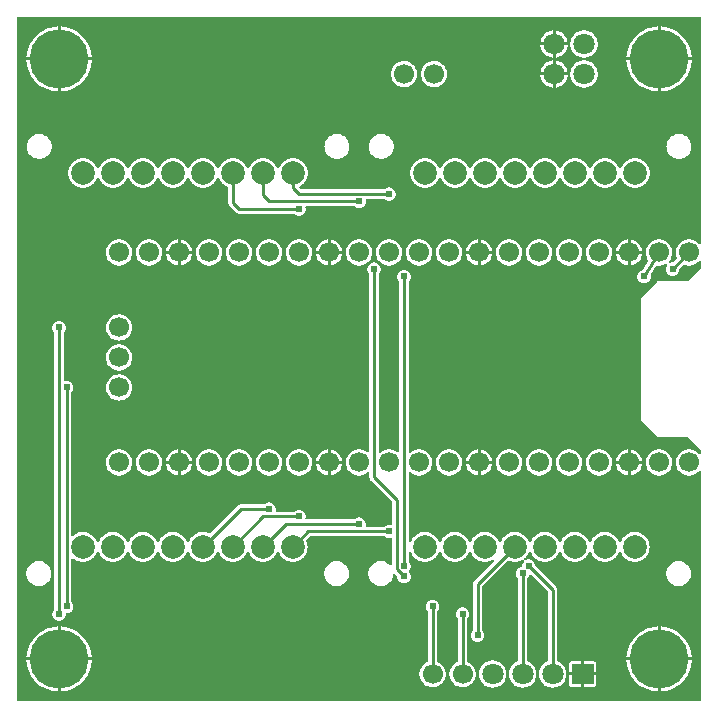
<source format=gbl>
G04 Layer: BottomLayer*
G04 EasyEDA v6.5.15, 2022-10-06 20:33:44*
G04 8bfdc35b050240779410f6369308cf52,5a6b42c53f6a479593ecc07194224c93,10*
G04 Gerber Generator version 0.2*
G04 Scale: 100 percent, Rotated: No, Reflected: No *
G04 Dimensions in millimeters *
G04 leading zeros omitted , absolute positions ,4 integer and 5 decimal *
%FSLAX45Y45*%
%MOMM*%

%AMMACRO1*21,1,$1,$2,0,0,$3*%
%ADD10C,0.2540*%
%ADD11C,1.8000*%
%ADD12MACRO1,1.8X1.7X0.0000*%
%ADD13C,5.0000*%
%ADD14C,2.0000*%
%ADD15C,1.7000*%
%ADD16C,0.6096*%
%ADD17C,0.0151*%

%LPD*%
G36*
X5805932Y25908D02*
G01*
X36068Y26416D01*
X32156Y27178D01*
X28905Y29413D01*
X26670Y32664D01*
X25908Y36576D01*
X25908Y5805932D01*
X26670Y5809843D01*
X28905Y5813094D01*
X32156Y5815330D01*
X36068Y5816092D01*
X5805932Y5816092D01*
X5809843Y5815330D01*
X5813094Y5813094D01*
X5815330Y5809843D01*
X5816092Y5805932D01*
X5816092Y3902303D01*
X5815279Y3898341D01*
X5812993Y3894988D01*
X5809589Y3892804D01*
X5805627Y3892143D01*
X5801664Y3893058D01*
X5798413Y3895445D01*
X5792165Y3902354D01*
X5781344Y3911549D01*
X5769406Y3919321D01*
X5756605Y3925468D01*
X5743143Y3929938D01*
X5729173Y3932682D01*
X5715000Y3933596D01*
X5700826Y3932682D01*
X5686856Y3929938D01*
X5673394Y3925468D01*
X5660593Y3919321D01*
X5648655Y3911549D01*
X5637834Y3902354D01*
X5628284Y3891838D01*
X5620156Y3880205D01*
X5613603Y3867607D01*
X5608675Y3854246D01*
X5605526Y3840378D01*
X5604154Y3826256D01*
X5604611Y3812032D01*
X5606897Y3798011D01*
X5612434Y3779062D01*
X5611672Y3775100D01*
X5609437Y3771747D01*
X5579821Y3742131D01*
X5576925Y3740099D01*
X5573522Y3739184D01*
X5565495Y3738473D01*
X5557012Y3736238D01*
X5552795Y3735984D01*
X5548884Y3737508D01*
X5545886Y3740454D01*
X5544362Y3744366D01*
X5544566Y3748582D01*
X5546445Y3752342D01*
X5551932Y3759250D01*
X5559298Y3771392D01*
X5565089Y3784396D01*
X5569102Y3798011D01*
X5571388Y3812032D01*
X5571845Y3826256D01*
X5570474Y3840378D01*
X5567324Y3854246D01*
X5562396Y3867607D01*
X5555843Y3880205D01*
X5547715Y3891838D01*
X5538165Y3902354D01*
X5527344Y3911549D01*
X5515406Y3919321D01*
X5502605Y3925468D01*
X5489143Y3929938D01*
X5475173Y3932682D01*
X5461000Y3933596D01*
X5446826Y3932682D01*
X5432856Y3929938D01*
X5419394Y3925468D01*
X5406593Y3919321D01*
X5394655Y3911549D01*
X5383834Y3902354D01*
X5374284Y3891838D01*
X5366156Y3880205D01*
X5359603Y3867607D01*
X5354675Y3854246D01*
X5351526Y3840378D01*
X5350154Y3826256D01*
X5350611Y3812032D01*
X5352897Y3798011D01*
X5356961Y3784396D01*
X5362702Y3771392D01*
X5369661Y3759911D01*
X5370982Y3756456D01*
X5370931Y3752748D01*
X5369560Y3749294D01*
X5325059Y3678021D01*
X5322468Y3675278D01*
X5319064Y3673601D01*
X5314746Y3672433D01*
X5305806Y3668318D01*
X5297779Y3662679D01*
X5290820Y3655720D01*
X5285181Y3647694D01*
X5281066Y3638753D01*
X5278526Y3629304D01*
X5277662Y3619500D01*
X5278526Y3609695D01*
X5281066Y3600246D01*
X5285181Y3591306D01*
X5290820Y3583279D01*
X5297779Y3576320D01*
X5305806Y3570681D01*
X5314746Y3566566D01*
X5324195Y3564026D01*
X5334000Y3563162D01*
X5343804Y3564026D01*
X5353253Y3566566D01*
X5362194Y3570681D01*
X5370220Y3576320D01*
X5377180Y3583279D01*
X5382818Y3591306D01*
X5386933Y3600246D01*
X5389473Y3609695D01*
X5390337Y3619500D01*
X5389270Y3633470D01*
X5390692Y3637330D01*
X5435142Y3708501D01*
X5437784Y3711295D01*
X5441238Y3712921D01*
X5445048Y3713175D01*
X5453888Y3712057D01*
X5468112Y3712057D01*
X5482183Y3713835D01*
X5495950Y3717442D01*
X5509107Y3722776D01*
X5512460Y3724706D01*
X5516524Y3725976D01*
X5520740Y3725468D01*
X5524347Y3723284D01*
X5526786Y3719829D01*
X5527598Y3715664D01*
X5526684Y3711549D01*
X5522366Y3702253D01*
X5519826Y3692804D01*
X5518962Y3683000D01*
X5519826Y3673195D01*
X5522366Y3663746D01*
X5526481Y3654806D01*
X5532120Y3646779D01*
X5539079Y3639820D01*
X5547106Y3634181D01*
X5556046Y3630066D01*
X5565495Y3627526D01*
X5575300Y3626662D01*
X5585104Y3627526D01*
X5594553Y3630066D01*
X5603494Y3634181D01*
X5611520Y3639820D01*
X5618480Y3646779D01*
X5624118Y3654806D01*
X5628233Y3663746D01*
X5630773Y3673195D01*
X5631484Y3681222D01*
X5632399Y3684625D01*
X5634431Y3687521D01*
X5664149Y3717239D01*
X5667400Y3719423D01*
X5671261Y3720185D01*
X5675122Y3719474D01*
X5680049Y3717442D01*
X5693816Y3713835D01*
X5707888Y3712057D01*
X5722112Y3712057D01*
X5736183Y3713835D01*
X5749950Y3717442D01*
X5763107Y3722776D01*
X5775502Y3729786D01*
X5786882Y3738270D01*
X5801207Y3751935D01*
X5805170Y3753053D01*
X5809284Y3752545D01*
X5812840Y3750411D01*
X5815228Y3747008D01*
X5816092Y3742944D01*
X5816092Y3697935D01*
X5815330Y3694074D01*
X5813094Y3690772D01*
X5707227Y3584905D01*
X5703925Y3582670D01*
X5700064Y3581908D01*
X5461406Y3581908D01*
X5457596Y3581603D01*
X5450535Y3579571D01*
X5445658Y3576828D01*
X5442407Y3574034D01*
X5315966Y3447592D01*
X5313476Y3444697D01*
X5309920Y3438245D01*
X5308396Y3432860D01*
X5308092Y3428593D01*
X5308092Y2413406D01*
X5308396Y2409596D01*
X5310428Y2402535D01*
X5313172Y2397658D01*
X5315966Y2394407D01*
X5442407Y2267966D01*
X5445302Y2265476D01*
X5451754Y2261920D01*
X5457139Y2260396D01*
X5461406Y2260092D01*
X5700064Y2260092D01*
X5703925Y2259330D01*
X5707227Y2257094D01*
X5813094Y2151227D01*
X5815330Y2147925D01*
X5816092Y2144064D01*
X5816092Y2124303D01*
X5815279Y2120341D01*
X5812993Y2116988D01*
X5809589Y2114804D01*
X5805627Y2114143D01*
X5801664Y2115058D01*
X5798413Y2117445D01*
X5792165Y2124354D01*
X5781344Y2133549D01*
X5769406Y2141321D01*
X5756605Y2147468D01*
X5743143Y2151938D01*
X5729173Y2154682D01*
X5715000Y2155596D01*
X5700826Y2154682D01*
X5686856Y2151938D01*
X5673394Y2147468D01*
X5660593Y2141321D01*
X5648655Y2133549D01*
X5637834Y2124354D01*
X5628284Y2113838D01*
X5620156Y2102205D01*
X5613603Y2089607D01*
X5608675Y2076246D01*
X5605526Y2062378D01*
X5604154Y2048256D01*
X5604611Y2034032D01*
X5606897Y2020011D01*
X5610961Y2006396D01*
X5616702Y1993392D01*
X5624068Y1981250D01*
X5632907Y1970125D01*
X5643118Y1960270D01*
X5654497Y1951786D01*
X5666892Y1944776D01*
X5680049Y1939442D01*
X5693816Y1935835D01*
X5707888Y1934057D01*
X5722112Y1934057D01*
X5736183Y1935835D01*
X5749950Y1939442D01*
X5763107Y1944776D01*
X5775502Y1951786D01*
X5786882Y1960270D01*
X5801207Y1973935D01*
X5805170Y1975053D01*
X5809284Y1974545D01*
X5812840Y1972411D01*
X5815228Y1969007D01*
X5816092Y1964943D01*
X5816092Y36068D01*
X5815330Y32207D01*
X5813094Y28905D01*
X5809843Y26670D01*
G37*

%LPC*%
G36*
X4456887Y5600700D02*
G01*
X4559300Y5600700D01*
X4559300Y5702960D01*
X4550308Y5701842D01*
X4536186Y5698236D01*
X4522673Y5692851D01*
X4509922Y5685840D01*
X4498136Y5677306D01*
X4487519Y5667349D01*
X4478223Y5656122D01*
X4470450Y5643829D01*
X4464253Y5630672D01*
X4459732Y5616803D01*
X4457039Y5602528D01*
G37*
G36*
X393700Y105562D02*
G01*
X398322Y105664D01*
X421284Y108051D01*
X443992Y112369D01*
X466242Y118618D01*
X487934Y126644D01*
X508812Y136499D01*
X528828Y148031D01*
X547827Y161239D01*
X565607Y175971D01*
X582117Y192125D01*
X597204Y209600D01*
X610819Y228295D01*
X622757Y248107D01*
X633018Y268782D01*
X641553Y290271D01*
X648208Y312369D01*
X653034Y334975D01*
X655929Y357936D01*
X656336Y368300D01*
X393700Y368300D01*
G37*
G36*
X5448300Y105613D02*
G01*
X5448300Y368300D01*
X5185410Y368300D01*
X5187289Y346405D01*
X5191150Y323646D01*
X5196890Y301244D01*
X5204460Y279450D01*
X5213858Y258317D01*
X5224983Y238099D01*
X5237784Y218846D01*
X5252161Y200710D01*
X5267960Y183896D01*
X5285130Y168402D01*
X5303520Y154432D01*
X5323027Y142087D01*
X5343499Y131368D01*
X5364835Y122428D01*
X5386781Y115265D01*
X5409285Y109982D01*
X5432145Y106629D01*
G37*
G36*
X368300Y105613D02*
G01*
X368300Y368300D01*
X105410Y368300D01*
X107289Y346405D01*
X111150Y323646D01*
X116890Y301244D01*
X124460Y279450D01*
X133858Y258317D01*
X144983Y238099D01*
X157784Y218846D01*
X172161Y200710D01*
X187960Y183896D01*
X205130Y168402D01*
X223520Y154432D01*
X243027Y142087D01*
X263499Y131368D01*
X284835Y122428D01*
X306781Y115265D01*
X329285Y109982D01*
X352145Y106629D01*
G37*
G36*
X4044035Y138328D02*
G01*
X4058564Y138328D01*
X4072991Y140157D01*
X4087114Y143764D01*
X4100626Y149148D01*
X4113377Y156159D01*
X4125163Y164693D01*
X4135780Y174650D01*
X4145076Y185877D01*
X4152849Y198170D01*
X4159046Y211328D01*
X4163568Y225196D01*
X4166260Y239471D01*
X4167174Y254000D01*
X4166260Y268528D01*
X4163568Y282803D01*
X4159046Y296672D01*
X4152849Y309829D01*
X4145076Y322122D01*
X4135780Y333349D01*
X4125163Y343306D01*
X4113377Y351840D01*
X4100626Y358851D01*
X4087114Y364236D01*
X4072991Y367842D01*
X4058564Y369671D01*
X4044035Y369671D01*
X4029608Y367842D01*
X4015486Y364236D01*
X4001973Y358851D01*
X3989222Y351840D01*
X3977436Y343306D01*
X3966819Y333349D01*
X3957523Y322122D01*
X3949750Y309829D01*
X3943553Y296672D01*
X3939032Y282803D01*
X3936339Y268528D01*
X3935425Y254000D01*
X3936339Y239471D01*
X3939032Y225196D01*
X3943553Y211328D01*
X3949750Y198170D01*
X3957523Y185877D01*
X3966819Y174650D01*
X3977436Y164693D01*
X3989222Y156159D01*
X4001973Y149148D01*
X4015486Y143764D01*
X4029608Y140157D01*
G37*
G36*
X4298035Y138328D02*
G01*
X4312564Y138328D01*
X4326991Y140157D01*
X4341114Y143764D01*
X4354626Y149148D01*
X4367377Y156159D01*
X4379163Y164693D01*
X4389780Y174650D01*
X4399076Y185877D01*
X4406849Y198170D01*
X4413046Y211328D01*
X4417568Y225196D01*
X4420260Y239471D01*
X4421174Y254000D01*
X4420260Y268528D01*
X4417568Y282803D01*
X4413046Y296672D01*
X4406849Y309829D01*
X4399076Y322122D01*
X4389780Y333349D01*
X4379163Y343306D01*
X4367377Y351840D01*
X4354626Y358851D01*
X4350308Y360578D01*
X4346956Y362762D01*
X4344720Y366064D01*
X4343908Y370027D01*
X4343908Y1059891D01*
X4344670Y1063802D01*
X4346905Y1067104D01*
X4348480Y1068679D01*
X4354118Y1076706D01*
X4358233Y1085646D01*
X4359198Y1089152D01*
X4361129Y1092911D01*
X4364380Y1095552D01*
X4368495Y1096670D01*
X4372660Y1096010D01*
X4376216Y1093724D01*
X4517694Y952195D01*
X4519930Y948893D01*
X4520692Y944981D01*
X4520692Y370027D01*
X4519879Y366064D01*
X4517644Y362762D01*
X4514291Y360578D01*
X4509973Y358851D01*
X4497222Y351840D01*
X4485436Y343306D01*
X4474819Y333349D01*
X4465523Y322122D01*
X4457750Y309829D01*
X4451553Y296672D01*
X4447032Y282803D01*
X4444339Y268528D01*
X4443425Y254000D01*
X4444339Y239471D01*
X4447032Y225196D01*
X4451553Y211328D01*
X4457750Y198170D01*
X4465523Y185877D01*
X4474819Y174650D01*
X4485436Y164693D01*
X4497222Y156159D01*
X4509973Y149148D01*
X4523486Y143764D01*
X4537608Y140157D01*
X4552035Y138328D01*
X4566564Y138328D01*
X4580991Y140157D01*
X4595114Y143764D01*
X4608626Y149148D01*
X4621377Y156159D01*
X4633163Y164693D01*
X4643780Y174650D01*
X4653076Y185877D01*
X4660849Y198170D01*
X4667046Y211328D01*
X4671568Y225196D01*
X4674260Y239471D01*
X4675174Y254000D01*
X4674260Y268528D01*
X4671568Y282803D01*
X4667046Y296672D01*
X4660849Y309829D01*
X4653076Y322122D01*
X4643780Y333349D01*
X4633163Y343306D01*
X4621377Y351840D01*
X4608626Y358851D01*
X4604308Y360578D01*
X4600956Y362762D01*
X4598720Y366064D01*
X4597908Y370027D01*
X4597908Y964692D01*
X4597095Y972718D01*
X4594910Y979932D01*
X4591354Y986637D01*
X4586224Y992835D01*
X4415231Y1163878D01*
X4413199Y1166774D01*
X4412284Y1170178D01*
X4411573Y1178204D01*
X4409033Y1187653D01*
X4404918Y1196594D01*
X4399280Y1204620D01*
X4392320Y1211580D01*
X4384294Y1217218D01*
X4375353Y1221333D01*
X4365904Y1223873D01*
X4356100Y1224737D01*
X4346295Y1223873D01*
X4336846Y1221333D01*
X4335373Y1220673D01*
X4331462Y1219708D01*
X4327448Y1220368D01*
X4324045Y1222502D01*
X4321759Y1225804D01*
X4320895Y1229766D01*
X4321657Y1233678D01*
X4323892Y1237081D01*
X4333240Y1246428D01*
X4342587Y1258366D01*
X4350461Y1271371D01*
X4356760Y1285290D01*
X4358944Y1288491D01*
X4362196Y1290574D01*
X4366006Y1291285D01*
X4369816Y1290574D01*
X4373067Y1288491D01*
X4375251Y1285290D01*
X4381550Y1271371D01*
X4389424Y1258366D01*
X4398772Y1246428D01*
X4409541Y1235659D01*
X4421479Y1226312D01*
X4434484Y1218438D01*
X4448352Y1212189D01*
X4462881Y1207668D01*
X4477816Y1204925D01*
X4493006Y1204010D01*
X4508195Y1204925D01*
X4523130Y1207668D01*
X4537659Y1212189D01*
X4551527Y1218438D01*
X4564532Y1226312D01*
X4576470Y1235659D01*
X4587240Y1246428D01*
X4596587Y1258366D01*
X4604461Y1271371D01*
X4610760Y1285290D01*
X4612944Y1288491D01*
X4616196Y1290574D01*
X4620006Y1291285D01*
X4623816Y1290574D01*
X4627067Y1288491D01*
X4629251Y1285290D01*
X4635550Y1271371D01*
X4643424Y1258366D01*
X4652772Y1246428D01*
X4663541Y1235659D01*
X4675479Y1226312D01*
X4688484Y1218438D01*
X4702352Y1212189D01*
X4716881Y1207668D01*
X4731816Y1204925D01*
X4747006Y1204010D01*
X4762195Y1204925D01*
X4777130Y1207668D01*
X4791659Y1212189D01*
X4805527Y1218438D01*
X4818532Y1226312D01*
X4830470Y1235659D01*
X4841240Y1246428D01*
X4850587Y1258366D01*
X4858461Y1271371D01*
X4864760Y1285290D01*
X4866944Y1288491D01*
X4870196Y1290574D01*
X4874006Y1291285D01*
X4877816Y1290574D01*
X4881067Y1288491D01*
X4883251Y1285290D01*
X4889550Y1271371D01*
X4897424Y1258366D01*
X4906772Y1246428D01*
X4917541Y1235659D01*
X4929479Y1226312D01*
X4942484Y1218438D01*
X4956352Y1212189D01*
X4970881Y1207668D01*
X4985816Y1204925D01*
X5001006Y1204010D01*
X5016195Y1204925D01*
X5031130Y1207668D01*
X5045659Y1212189D01*
X5059527Y1218438D01*
X5072532Y1226312D01*
X5084470Y1235659D01*
X5095240Y1246428D01*
X5104587Y1258366D01*
X5112461Y1271371D01*
X5118760Y1285290D01*
X5120944Y1288491D01*
X5124196Y1290574D01*
X5128006Y1291285D01*
X5131816Y1290574D01*
X5135067Y1288491D01*
X5137251Y1285290D01*
X5143550Y1271371D01*
X5151424Y1258366D01*
X5160772Y1246428D01*
X5171541Y1235659D01*
X5183479Y1226312D01*
X5196484Y1218438D01*
X5210352Y1212189D01*
X5224881Y1207668D01*
X5239816Y1204925D01*
X5255006Y1204010D01*
X5270195Y1204925D01*
X5285130Y1207668D01*
X5299659Y1212189D01*
X5313527Y1218438D01*
X5326532Y1226312D01*
X5338470Y1235659D01*
X5349240Y1246428D01*
X5358587Y1258366D01*
X5366461Y1271371D01*
X5372709Y1285240D01*
X5377230Y1299768D01*
X5379974Y1314704D01*
X5380888Y1329893D01*
X5379974Y1345082D01*
X5377230Y1360017D01*
X5372709Y1374546D01*
X5366461Y1388414D01*
X5358587Y1401419D01*
X5349240Y1413357D01*
X5338470Y1424127D01*
X5326532Y1433474D01*
X5313527Y1441348D01*
X5299659Y1447596D01*
X5285130Y1452118D01*
X5270195Y1454861D01*
X5255006Y1455775D01*
X5239816Y1454861D01*
X5224881Y1452118D01*
X5210352Y1447596D01*
X5196484Y1441348D01*
X5183479Y1433474D01*
X5171541Y1424127D01*
X5160772Y1413357D01*
X5151424Y1401419D01*
X5143550Y1388414D01*
X5137251Y1374495D01*
X5135067Y1371295D01*
X5131816Y1369212D01*
X5128006Y1368501D01*
X5124196Y1369212D01*
X5120944Y1371295D01*
X5118760Y1374495D01*
X5112461Y1388414D01*
X5104587Y1401419D01*
X5095240Y1413357D01*
X5084470Y1424127D01*
X5072532Y1433474D01*
X5059527Y1441348D01*
X5045659Y1447596D01*
X5031130Y1452118D01*
X5016195Y1454861D01*
X5001006Y1455775D01*
X4985816Y1454861D01*
X4970881Y1452118D01*
X4956352Y1447596D01*
X4942484Y1441348D01*
X4929479Y1433474D01*
X4917541Y1424127D01*
X4906772Y1413357D01*
X4897424Y1401419D01*
X4889550Y1388414D01*
X4883251Y1374495D01*
X4881067Y1371295D01*
X4877816Y1369212D01*
X4874006Y1368501D01*
X4870196Y1369212D01*
X4866944Y1371295D01*
X4864760Y1374495D01*
X4858461Y1388414D01*
X4850587Y1401419D01*
X4841240Y1413357D01*
X4830470Y1424127D01*
X4818532Y1433474D01*
X4805527Y1441348D01*
X4791659Y1447596D01*
X4777130Y1452118D01*
X4762195Y1454861D01*
X4747006Y1455775D01*
X4731816Y1454861D01*
X4716881Y1452118D01*
X4702352Y1447596D01*
X4688484Y1441348D01*
X4675479Y1433474D01*
X4663541Y1424127D01*
X4652772Y1413357D01*
X4643424Y1401419D01*
X4635550Y1388414D01*
X4629251Y1374495D01*
X4627067Y1371295D01*
X4623816Y1369212D01*
X4620006Y1368501D01*
X4616196Y1369212D01*
X4612944Y1371295D01*
X4610760Y1374495D01*
X4604461Y1388414D01*
X4596587Y1401419D01*
X4587240Y1413357D01*
X4576470Y1424127D01*
X4564532Y1433474D01*
X4551527Y1441348D01*
X4537659Y1447596D01*
X4523130Y1452118D01*
X4508195Y1454861D01*
X4493006Y1455775D01*
X4477816Y1454861D01*
X4462881Y1452118D01*
X4448352Y1447596D01*
X4434484Y1441348D01*
X4421479Y1433474D01*
X4409541Y1424127D01*
X4398772Y1413357D01*
X4389424Y1401419D01*
X4381550Y1388414D01*
X4375251Y1374495D01*
X4373067Y1371295D01*
X4369816Y1369212D01*
X4366006Y1368501D01*
X4362196Y1369212D01*
X4358944Y1371295D01*
X4356760Y1374495D01*
X4350461Y1388414D01*
X4342587Y1401419D01*
X4333240Y1413357D01*
X4322470Y1424127D01*
X4310532Y1433474D01*
X4297527Y1441348D01*
X4283659Y1447596D01*
X4269130Y1452118D01*
X4254195Y1454861D01*
X4239006Y1455775D01*
X4223816Y1454861D01*
X4208881Y1452118D01*
X4194352Y1447596D01*
X4180484Y1441348D01*
X4167479Y1433474D01*
X4155541Y1424127D01*
X4144772Y1413357D01*
X4135424Y1401419D01*
X4127550Y1388414D01*
X4121251Y1374495D01*
X4119067Y1371295D01*
X4115815Y1369212D01*
X4112006Y1368501D01*
X4108196Y1369212D01*
X4104944Y1371295D01*
X4102760Y1374495D01*
X4096461Y1388414D01*
X4088587Y1401419D01*
X4079240Y1413357D01*
X4068470Y1424127D01*
X4056532Y1433474D01*
X4043527Y1441348D01*
X4029659Y1447596D01*
X4015130Y1452118D01*
X4000195Y1454861D01*
X3985006Y1455775D01*
X3969816Y1454861D01*
X3954881Y1452118D01*
X3940352Y1447596D01*
X3926484Y1441348D01*
X3913479Y1433474D01*
X3901541Y1424127D01*
X3890772Y1413357D01*
X3881424Y1401419D01*
X3873550Y1388414D01*
X3867251Y1374495D01*
X3865067Y1371295D01*
X3861815Y1369212D01*
X3858006Y1368501D01*
X3854196Y1369212D01*
X3850944Y1371295D01*
X3848760Y1374495D01*
X3842461Y1388414D01*
X3834587Y1401419D01*
X3825240Y1413357D01*
X3814470Y1424127D01*
X3802532Y1433474D01*
X3789527Y1441348D01*
X3775659Y1447596D01*
X3761130Y1452118D01*
X3746195Y1454861D01*
X3731006Y1455775D01*
X3715816Y1454861D01*
X3700881Y1452118D01*
X3686352Y1447596D01*
X3672484Y1441348D01*
X3659479Y1433474D01*
X3647541Y1424127D01*
X3636772Y1413357D01*
X3627424Y1401419D01*
X3619550Y1388414D01*
X3613251Y1374495D01*
X3611067Y1371295D01*
X3607815Y1369212D01*
X3604006Y1368501D01*
X3600196Y1369212D01*
X3596944Y1371295D01*
X3594760Y1374495D01*
X3588461Y1388414D01*
X3580587Y1401419D01*
X3571240Y1413357D01*
X3560470Y1424127D01*
X3548532Y1433474D01*
X3535527Y1441348D01*
X3521659Y1447596D01*
X3507130Y1452118D01*
X3492195Y1454861D01*
X3477006Y1455775D01*
X3461816Y1454861D01*
X3446881Y1452118D01*
X3432352Y1447596D01*
X3418484Y1441348D01*
X3405479Y1433474D01*
X3393541Y1424127D01*
X3382772Y1413357D01*
X3373424Y1401419D01*
X3365550Y1388414D01*
X3360013Y1376172D01*
X3357778Y1372971D01*
X3354476Y1370888D01*
X3350615Y1370177D01*
X3346754Y1370990D01*
X3343503Y1373225D01*
X3341370Y1376476D01*
X3340608Y1380337D01*
X3340608Y1952345D01*
X3341573Y1956663D01*
X3344316Y1960168D01*
X3348329Y1962200D01*
X3352749Y1962302D01*
X3356864Y1960473D01*
X3368497Y1951786D01*
X3380892Y1944776D01*
X3394049Y1939442D01*
X3407816Y1935835D01*
X3421887Y1934057D01*
X3436112Y1934057D01*
X3450183Y1935835D01*
X3463950Y1939442D01*
X3477107Y1944776D01*
X3489502Y1951786D01*
X3500882Y1960270D01*
X3511092Y1970125D01*
X3519932Y1981250D01*
X3527298Y1993392D01*
X3533038Y2006396D01*
X3537102Y2020011D01*
X3539388Y2034032D01*
X3539845Y2048256D01*
X3538474Y2062378D01*
X3535324Y2076246D01*
X3530396Y2089607D01*
X3523843Y2102205D01*
X3515715Y2113838D01*
X3506165Y2124354D01*
X3495344Y2133549D01*
X3483406Y2141321D01*
X3470605Y2147468D01*
X3457143Y2151938D01*
X3443173Y2154682D01*
X3429000Y2155596D01*
X3414826Y2154682D01*
X3400856Y2151938D01*
X3387394Y2147468D01*
X3374593Y2141321D01*
X3362655Y2133549D01*
X3357372Y2129028D01*
X3354019Y2127148D01*
X3350209Y2126640D01*
X3346500Y2127554D01*
X3343401Y2129790D01*
X3341319Y2132990D01*
X3340608Y2136749D01*
X3340608Y3574491D01*
X3341370Y3578402D01*
X3343605Y3581704D01*
X3345179Y3583279D01*
X3350818Y3591306D01*
X3354933Y3600246D01*
X3357473Y3609695D01*
X3358337Y3619500D01*
X3357473Y3629304D01*
X3354933Y3638753D01*
X3350818Y3647694D01*
X3345179Y3655720D01*
X3338220Y3662679D01*
X3330194Y3668318D01*
X3321253Y3672433D01*
X3311804Y3674973D01*
X3302000Y3675837D01*
X3292195Y3674973D01*
X3282746Y3672433D01*
X3273806Y3668318D01*
X3265779Y3662679D01*
X3258820Y3655720D01*
X3253181Y3647694D01*
X3249066Y3638753D01*
X3246526Y3629304D01*
X3245662Y3619500D01*
X3246526Y3609695D01*
X3249066Y3600246D01*
X3253181Y3591306D01*
X3258820Y3583279D01*
X3260394Y3581704D01*
X3262629Y3578402D01*
X3263392Y3574491D01*
X3263392Y2136749D01*
X3262680Y2132990D01*
X3260598Y2129790D01*
X3257499Y2127554D01*
X3253790Y2126640D01*
X3249980Y2127148D01*
X3246628Y2129028D01*
X3241344Y2133549D01*
X3229406Y2141321D01*
X3216605Y2147468D01*
X3203143Y2151938D01*
X3189173Y2154682D01*
X3175000Y2155596D01*
X3160826Y2154682D01*
X3146856Y2151938D01*
X3133394Y2147468D01*
X3120593Y2141321D01*
X3108655Y2133549D01*
X3103372Y2129028D01*
X3100019Y2127148D01*
X3096209Y2126640D01*
X3092500Y2127554D01*
X3089402Y2129790D01*
X3087319Y2132990D01*
X3086608Y2136749D01*
X3086608Y3637991D01*
X3087370Y3641902D01*
X3089605Y3645204D01*
X3091180Y3646779D01*
X3096818Y3654806D01*
X3100933Y3663746D01*
X3103473Y3673195D01*
X3104337Y3683000D01*
X3103473Y3692804D01*
X3100933Y3702253D01*
X3096818Y3711194D01*
X3091180Y3719220D01*
X3084220Y3726179D01*
X3076194Y3731818D01*
X3067253Y3735933D01*
X3057804Y3738473D01*
X3048000Y3739337D01*
X3038195Y3738473D01*
X3028746Y3735933D01*
X3019806Y3731818D01*
X3011779Y3726179D01*
X3004820Y3719220D01*
X2999181Y3711194D01*
X2995066Y3702253D01*
X2992526Y3692804D01*
X2991662Y3683000D01*
X2992526Y3673195D01*
X2995066Y3663746D01*
X2999181Y3654806D01*
X3004820Y3646779D01*
X3006394Y3645204D01*
X3008630Y3641902D01*
X3009392Y3637991D01*
X3009392Y2136749D01*
X3008680Y2132990D01*
X3006598Y2129790D01*
X3003499Y2127554D01*
X2999790Y2126640D01*
X2995980Y2127148D01*
X2992628Y2129028D01*
X2987344Y2133549D01*
X2975406Y2141321D01*
X2962605Y2147468D01*
X2949143Y2151938D01*
X2935173Y2154682D01*
X2921000Y2155596D01*
X2906826Y2154682D01*
X2892856Y2151938D01*
X2879394Y2147468D01*
X2866593Y2141321D01*
X2854655Y2133549D01*
X2843834Y2124354D01*
X2834284Y2113838D01*
X2826156Y2102205D01*
X2819603Y2089607D01*
X2814675Y2076246D01*
X2811526Y2062378D01*
X2810154Y2048256D01*
X2810611Y2034032D01*
X2812897Y2020011D01*
X2816961Y2006396D01*
X2822702Y1993392D01*
X2830068Y1981250D01*
X2838907Y1970125D01*
X2849118Y1960270D01*
X2860497Y1951786D01*
X2872892Y1944776D01*
X2886049Y1939442D01*
X2899816Y1935835D01*
X2913888Y1934057D01*
X2928112Y1934057D01*
X2942183Y1935835D01*
X2955950Y1939442D01*
X2969107Y1944776D01*
X2981502Y1951786D01*
X2993136Y1960473D01*
X2997250Y1962302D01*
X3001670Y1962200D01*
X3005683Y1960168D01*
X3008426Y1956663D01*
X3009392Y1952345D01*
X3009392Y1918207D01*
X3010204Y1910181D01*
X3012389Y1902968D01*
X3015945Y1896262D01*
X3021076Y1890064D01*
X3196894Y1714195D01*
X3199130Y1710893D01*
X3199892Y1706981D01*
X3199892Y1525168D01*
X3199231Y1521561D01*
X3197301Y1518412D01*
X3194354Y1516126D01*
X3190798Y1515059D01*
X3187090Y1515364D01*
X3184804Y1515973D01*
X3175000Y1516837D01*
X3165195Y1515973D01*
X3155746Y1513433D01*
X3146806Y1509318D01*
X3138779Y1503680D01*
X3137204Y1502105D01*
X3133902Y1499870D01*
X3129991Y1499108D01*
X2985668Y1499108D01*
X2982061Y1499768D01*
X2978912Y1501698D01*
X2976626Y1504645D01*
X2975559Y1508201D01*
X2975864Y1511909D01*
X2976473Y1514195D01*
X2977337Y1524000D01*
X2976473Y1533804D01*
X2973933Y1543253D01*
X2969818Y1552194D01*
X2964180Y1560220D01*
X2957220Y1567180D01*
X2949194Y1572818D01*
X2940253Y1576933D01*
X2930804Y1579473D01*
X2921000Y1580337D01*
X2911195Y1579473D01*
X2901746Y1576933D01*
X2892806Y1572818D01*
X2884779Y1567180D01*
X2883204Y1565605D01*
X2879902Y1563370D01*
X2875991Y1562608D01*
X2477668Y1562608D01*
X2474061Y1563268D01*
X2470912Y1565198D01*
X2468626Y1568145D01*
X2467559Y1571701D01*
X2467864Y1575409D01*
X2468473Y1577695D01*
X2469337Y1587500D01*
X2468473Y1597304D01*
X2465933Y1606753D01*
X2461818Y1615694D01*
X2456180Y1623720D01*
X2449220Y1630680D01*
X2441194Y1636318D01*
X2432253Y1640433D01*
X2422804Y1642973D01*
X2413000Y1643837D01*
X2403195Y1642973D01*
X2393746Y1640433D01*
X2384806Y1636318D01*
X2376779Y1630680D01*
X2375204Y1629105D01*
X2371902Y1626870D01*
X2367991Y1626107D01*
X2223668Y1626107D01*
X2220061Y1626768D01*
X2216912Y1628698D01*
X2214626Y1631645D01*
X2213559Y1635201D01*
X2213864Y1638909D01*
X2214473Y1641195D01*
X2215337Y1651000D01*
X2214473Y1660804D01*
X2211933Y1670253D01*
X2207818Y1679193D01*
X2202180Y1687220D01*
X2195220Y1694180D01*
X2187194Y1699818D01*
X2178253Y1703933D01*
X2168804Y1706473D01*
X2159000Y1707337D01*
X2149195Y1706473D01*
X2139746Y1703933D01*
X2130806Y1699818D01*
X2122779Y1694180D01*
X2121204Y1692605D01*
X2117902Y1690370D01*
X2113991Y1689607D01*
X1919020Y1689607D01*
X1910994Y1688795D01*
X1903780Y1686610D01*
X1897075Y1683054D01*
X1890877Y1677924D01*
X1659737Y1446834D01*
X1656334Y1444599D01*
X1652371Y1443837D01*
X1648409Y1444752D01*
X1642059Y1447596D01*
X1627530Y1452118D01*
X1612595Y1454861D01*
X1597406Y1455775D01*
X1582216Y1454861D01*
X1567281Y1452118D01*
X1552752Y1447596D01*
X1538884Y1441348D01*
X1525879Y1433474D01*
X1513941Y1424127D01*
X1503172Y1413357D01*
X1493824Y1401419D01*
X1485950Y1388414D01*
X1479651Y1374495D01*
X1477467Y1371295D01*
X1474216Y1369212D01*
X1470406Y1368501D01*
X1466596Y1369212D01*
X1463344Y1371295D01*
X1461160Y1374495D01*
X1454861Y1388414D01*
X1446987Y1401419D01*
X1437640Y1413357D01*
X1426870Y1424127D01*
X1414932Y1433474D01*
X1401927Y1441348D01*
X1388059Y1447596D01*
X1373530Y1452118D01*
X1358595Y1454861D01*
X1343406Y1455775D01*
X1328216Y1454861D01*
X1313281Y1452118D01*
X1298752Y1447596D01*
X1284884Y1441348D01*
X1271879Y1433474D01*
X1259941Y1424127D01*
X1249172Y1413357D01*
X1239824Y1401419D01*
X1231950Y1388414D01*
X1225651Y1374495D01*
X1223467Y1371295D01*
X1220216Y1369212D01*
X1216406Y1368501D01*
X1212596Y1369212D01*
X1209344Y1371295D01*
X1207160Y1374495D01*
X1200861Y1388414D01*
X1192987Y1401419D01*
X1183640Y1413357D01*
X1172870Y1424127D01*
X1160932Y1433474D01*
X1147927Y1441348D01*
X1134059Y1447596D01*
X1119530Y1452118D01*
X1104595Y1454861D01*
X1089406Y1455775D01*
X1074216Y1454861D01*
X1059281Y1452118D01*
X1044752Y1447596D01*
X1030884Y1441348D01*
X1017879Y1433474D01*
X1005941Y1424127D01*
X995171Y1413357D01*
X985824Y1401419D01*
X977950Y1388414D01*
X971651Y1374495D01*
X969467Y1371295D01*
X966216Y1369212D01*
X962406Y1368501D01*
X958596Y1369212D01*
X955344Y1371295D01*
X953160Y1374495D01*
X946861Y1388414D01*
X938987Y1401419D01*
X929640Y1413357D01*
X918870Y1424127D01*
X906932Y1433474D01*
X893927Y1441348D01*
X880059Y1447596D01*
X865530Y1452118D01*
X850595Y1454861D01*
X835406Y1455775D01*
X820216Y1454861D01*
X805281Y1452118D01*
X790752Y1447596D01*
X776884Y1441348D01*
X763879Y1433474D01*
X751941Y1424127D01*
X741172Y1413357D01*
X731824Y1401419D01*
X723950Y1388414D01*
X717651Y1374495D01*
X715467Y1371295D01*
X712216Y1369212D01*
X708406Y1368501D01*
X704596Y1369212D01*
X701344Y1371295D01*
X699160Y1374495D01*
X692861Y1388414D01*
X684987Y1401419D01*
X675640Y1413357D01*
X664870Y1424127D01*
X652932Y1433474D01*
X639927Y1441348D01*
X626059Y1447596D01*
X611530Y1452118D01*
X596595Y1454861D01*
X581406Y1455775D01*
X566216Y1454861D01*
X551281Y1452118D01*
X536752Y1447596D01*
X522884Y1441348D01*
X509879Y1433474D01*
X499516Y1425397D01*
X495452Y1423466D01*
X490931Y1423466D01*
X486918Y1425448D01*
X484124Y1429004D01*
X483108Y1433372D01*
X483108Y2634691D01*
X483870Y2638602D01*
X486105Y2641904D01*
X487680Y2643479D01*
X493318Y2651506D01*
X497433Y2660446D01*
X499973Y2669895D01*
X500837Y2679700D01*
X499973Y2689504D01*
X497433Y2698953D01*
X493318Y2707894D01*
X487680Y2715920D01*
X480720Y2722880D01*
X472693Y2728518D01*
X463753Y2732633D01*
X454304Y2735173D01*
X444500Y2736037D01*
X434695Y2735173D01*
X432409Y2734564D01*
X428701Y2734259D01*
X425145Y2735326D01*
X422198Y2737612D01*
X420268Y2740761D01*
X419608Y2744368D01*
X419608Y3142691D01*
X420370Y3146602D01*
X422605Y3149904D01*
X424180Y3151479D01*
X429818Y3159506D01*
X433933Y3168446D01*
X436473Y3177895D01*
X437337Y3187700D01*
X436473Y3197504D01*
X433933Y3206953D01*
X429818Y3215894D01*
X424180Y3223920D01*
X417220Y3230880D01*
X409194Y3236518D01*
X400253Y3240633D01*
X390804Y3243173D01*
X381000Y3244037D01*
X371195Y3243173D01*
X361746Y3240633D01*
X352806Y3236518D01*
X344779Y3230880D01*
X337820Y3223920D01*
X332181Y3215894D01*
X328066Y3206953D01*
X325526Y3197504D01*
X324662Y3187700D01*
X325526Y3177895D01*
X328066Y3168446D01*
X332181Y3159506D01*
X337820Y3151479D01*
X339394Y3149904D01*
X341630Y3146602D01*
X342392Y3142691D01*
X342392Y807008D01*
X341630Y803097D01*
X339394Y799795D01*
X337820Y798220D01*
X332181Y790194D01*
X328066Y781253D01*
X325526Y771804D01*
X324662Y762000D01*
X325526Y752195D01*
X328066Y742746D01*
X332181Y733806D01*
X337820Y725779D01*
X344779Y718820D01*
X352806Y713181D01*
X361746Y709066D01*
X371195Y706526D01*
X381000Y705662D01*
X390804Y706526D01*
X400253Y709066D01*
X409194Y713181D01*
X417220Y718820D01*
X424180Y725779D01*
X429818Y733806D01*
X433933Y742746D01*
X436473Y752195D01*
X437184Y760069D01*
X438099Y763473D01*
X440131Y766368D01*
X443026Y768400D01*
X446430Y769315D01*
X454304Y770026D01*
X463753Y772566D01*
X472693Y776681D01*
X480720Y782320D01*
X487680Y789279D01*
X493318Y797306D01*
X497433Y806246D01*
X499973Y815695D01*
X500837Y825500D01*
X499973Y835304D01*
X497433Y844753D01*
X493318Y853694D01*
X487680Y861720D01*
X486105Y863295D01*
X483870Y866597D01*
X483108Y870508D01*
X483108Y1226413D01*
X484124Y1230782D01*
X486918Y1234338D01*
X490931Y1236319D01*
X495452Y1236319D01*
X499516Y1234389D01*
X509879Y1226312D01*
X522884Y1218438D01*
X536752Y1212189D01*
X551281Y1207668D01*
X566216Y1204925D01*
X581406Y1204010D01*
X596595Y1204925D01*
X611530Y1207668D01*
X626059Y1212189D01*
X639927Y1218438D01*
X652932Y1226312D01*
X664870Y1235659D01*
X675640Y1246428D01*
X684987Y1258366D01*
X692861Y1271371D01*
X699160Y1285290D01*
X701344Y1288491D01*
X704596Y1290574D01*
X708406Y1291285D01*
X712216Y1290574D01*
X715467Y1288491D01*
X717651Y1285290D01*
X723950Y1271371D01*
X731824Y1258366D01*
X741172Y1246428D01*
X751941Y1235659D01*
X763879Y1226312D01*
X776884Y1218438D01*
X790752Y1212189D01*
X805281Y1207668D01*
X820216Y1204925D01*
X835406Y1204010D01*
X850595Y1204925D01*
X865530Y1207668D01*
X880059Y1212189D01*
X893927Y1218438D01*
X906932Y1226312D01*
X918870Y1235659D01*
X929640Y1246428D01*
X938987Y1258366D01*
X946861Y1271371D01*
X953160Y1285290D01*
X955344Y1288491D01*
X958596Y1290574D01*
X962406Y1291285D01*
X966216Y1290574D01*
X969467Y1288491D01*
X971651Y1285290D01*
X977950Y1271371D01*
X985824Y1258366D01*
X995171Y1246428D01*
X1005941Y1235659D01*
X1017879Y1226312D01*
X1030884Y1218438D01*
X1044752Y1212189D01*
X1059281Y1207668D01*
X1074216Y1204925D01*
X1089406Y1204010D01*
X1104595Y1204925D01*
X1119530Y1207668D01*
X1134059Y1212189D01*
X1147927Y1218438D01*
X1160932Y1226312D01*
X1172870Y1235659D01*
X1183640Y1246428D01*
X1192987Y1258366D01*
X1200861Y1271371D01*
X1207160Y1285290D01*
X1209344Y1288491D01*
X1212596Y1290574D01*
X1216406Y1291285D01*
X1220216Y1290574D01*
X1223467Y1288491D01*
X1225651Y1285290D01*
X1231950Y1271371D01*
X1239824Y1258366D01*
X1249172Y1246428D01*
X1259941Y1235659D01*
X1271879Y1226312D01*
X1284884Y1218438D01*
X1298752Y1212189D01*
X1313281Y1207668D01*
X1328216Y1204925D01*
X1343406Y1204010D01*
X1358595Y1204925D01*
X1373530Y1207668D01*
X1388059Y1212189D01*
X1401927Y1218438D01*
X1414932Y1226312D01*
X1426870Y1235659D01*
X1437640Y1246428D01*
X1446987Y1258366D01*
X1454861Y1271371D01*
X1461160Y1285290D01*
X1463344Y1288491D01*
X1466596Y1290574D01*
X1470406Y1291285D01*
X1474216Y1290574D01*
X1477467Y1288491D01*
X1479651Y1285290D01*
X1485950Y1271371D01*
X1493824Y1258366D01*
X1503172Y1246428D01*
X1513941Y1235659D01*
X1525879Y1226312D01*
X1538884Y1218438D01*
X1552752Y1212189D01*
X1567281Y1207668D01*
X1582216Y1204925D01*
X1597406Y1204010D01*
X1612595Y1204925D01*
X1627530Y1207668D01*
X1642059Y1212189D01*
X1655927Y1218438D01*
X1668932Y1226312D01*
X1680870Y1235659D01*
X1691639Y1246428D01*
X1700987Y1258366D01*
X1708861Y1271371D01*
X1715160Y1285290D01*
X1717344Y1288491D01*
X1720596Y1290574D01*
X1724406Y1291285D01*
X1728216Y1290574D01*
X1731467Y1288491D01*
X1733651Y1285290D01*
X1739950Y1271371D01*
X1747824Y1258366D01*
X1757172Y1246428D01*
X1767941Y1235659D01*
X1779879Y1226312D01*
X1792884Y1218438D01*
X1806752Y1212189D01*
X1821281Y1207668D01*
X1836216Y1204925D01*
X1851406Y1204010D01*
X1866595Y1204925D01*
X1881530Y1207668D01*
X1896059Y1212189D01*
X1909927Y1218438D01*
X1922932Y1226312D01*
X1934870Y1235659D01*
X1945639Y1246428D01*
X1954987Y1258366D01*
X1962861Y1271371D01*
X1969160Y1285290D01*
X1971344Y1288491D01*
X1974596Y1290574D01*
X1978406Y1291285D01*
X1982216Y1290574D01*
X1985467Y1288491D01*
X1987651Y1285290D01*
X1993950Y1271371D01*
X2001824Y1258366D01*
X2011172Y1246428D01*
X2021941Y1235659D01*
X2033879Y1226312D01*
X2046884Y1218438D01*
X2060752Y1212189D01*
X2075281Y1207668D01*
X2090216Y1204925D01*
X2105406Y1204010D01*
X2120595Y1204925D01*
X2135530Y1207668D01*
X2150059Y1212189D01*
X2163927Y1218438D01*
X2176932Y1226312D01*
X2188870Y1235659D01*
X2199640Y1246428D01*
X2208987Y1258366D01*
X2216861Y1271371D01*
X2223160Y1285290D01*
X2225344Y1288491D01*
X2228596Y1290574D01*
X2232406Y1291285D01*
X2236216Y1290574D01*
X2239467Y1288491D01*
X2241651Y1285290D01*
X2247950Y1271371D01*
X2255824Y1258366D01*
X2265172Y1246428D01*
X2275941Y1235659D01*
X2287879Y1226312D01*
X2300884Y1218438D01*
X2314752Y1212189D01*
X2329281Y1207668D01*
X2344216Y1204925D01*
X2359406Y1204010D01*
X2374595Y1204925D01*
X2389530Y1207668D01*
X2404059Y1212189D01*
X2417927Y1218438D01*
X2430932Y1226312D01*
X2442870Y1235659D01*
X2453640Y1246428D01*
X2462987Y1258366D01*
X2470861Y1271371D01*
X2477109Y1285240D01*
X2481630Y1299768D01*
X2484374Y1314704D01*
X2485288Y1329893D01*
X2484374Y1345082D01*
X2481630Y1360017D01*
X2477109Y1374546D01*
X2474264Y1380896D01*
X2473350Y1384858D01*
X2474112Y1388821D01*
X2476347Y1392224D01*
X2503017Y1418894D01*
X2506319Y1421130D01*
X2510231Y1421892D01*
X3129991Y1421892D01*
X3133902Y1421130D01*
X3137204Y1418894D01*
X3138779Y1417320D01*
X3146806Y1411681D01*
X3155746Y1407566D01*
X3165195Y1405026D01*
X3175000Y1404162D01*
X3184804Y1405026D01*
X3187090Y1405636D01*
X3190798Y1405940D01*
X3194354Y1404874D01*
X3197301Y1402588D01*
X3199231Y1399438D01*
X3199892Y1395831D01*
X3199892Y1184402D01*
X3199079Y1180388D01*
X3196742Y1177036D01*
X3193288Y1174902D01*
X3189274Y1174242D01*
X3185363Y1175258D01*
X3182112Y1177696D01*
X3180283Y1179779D01*
X3169869Y1188923D01*
X3158337Y1196594D01*
X3145942Y1202740D01*
X3132785Y1207160D01*
X3119221Y1209903D01*
X3105404Y1210767D01*
X3091586Y1209903D01*
X3078022Y1207160D01*
X3064865Y1202740D01*
X3052470Y1196594D01*
X3040938Y1188923D01*
X3030524Y1179779D01*
X3021380Y1169365D01*
X3013710Y1157833D01*
X3007563Y1145438D01*
X3003143Y1132281D01*
X3000400Y1118717D01*
X2999536Y1104900D01*
X3000400Y1091082D01*
X3003143Y1077518D01*
X3007563Y1064361D01*
X3013710Y1051966D01*
X3021380Y1040434D01*
X3030524Y1030020D01*
X3040938Y1020876D01*
X3052470Y1013206D01*
X3064865Y1007059D01*
X3078022Y1002639D01*
X3091586Y999896D01*
X3105404Y999032D01*
X3119221Y999896D01*
X3132785Y1002639D01*
X3145942Y1007059D01*
X3158337Y1013206D01*
X3169869Y1020876D01*
X3180283Y1030020D01*
X3189427Y1040434D01*
X3197098Y1051966D01*
X3203244Y1064361D01*
X3207664Y1077518D01*
X3211474Y1096314D01*
X3213760Y1099413D01*
X3217062Y1101394D01*
X3220821Y1102055D01*
X3224631Y1101242D01*
X3227781Y1099108D01*
X3242868Y1084021D01*
X3244900Y1081125D01*
X3245815Y1077722D01*
X3246526Y1069695D01*
X3249066Y1060246D01*
X3253181Y1051306D01*
X3258820Y1043279D01*
X3265779Y1036319D01*
X3273806Y1030681D01*
X3282746Y1026566D01*
X3292195Y1024026D01*
X3302000Y1023162D01*
X3311804Y1024026D01*
X3321253Y1026566D01*
X3330194Y1030681D01*
X3338220Y1036319D01*
X3345179Y1043279D01*
X3350818Y1051306D01*
X3354933Y1060246D01*
X3357473Y1069695D01*
X3358337Y1079500D01*
X3357473Y1089304D01*
X3354933Y1098753D01*
X3350818Y1107694D01*
X3341928Y1120038D01*
X3341166Y1123950D01*
X3341928Y1127861D01*
X3350818Y1140206D01*
X3354933Y1149146D01*
X3357473Y1158595D01*
X3358337Y1168400D01*
X3357473Y1178204D01*
X3354933Y1187653D01*
X3350818Y1196594D01*
X3345179Y1204620D01*
X3343605Y1206195D01*
X3341370Y1209497D01*
X3340608Y1213408D01*
X3340608Y1279448D01*
X3341370Y1283309D01*
X3343503Y1286560D01*
X3346754Y1288796D01*
X3350615Y1289608D01*
X3354476Y1288897D01*
X3357778Y1286814D01*
X3360013Y1283614D01*
X3365550Y1271371D01*
X3373424Y1258366D01*
X3382772Y1246428D01*
X3393541Y1235659D01*
X3405479Y1226312D01*
X3418484Y1218438D01*
X3432352Y1212189D01*
X3446881Y1207668D01*
X3461816Y1204925D01*
X3477006Y1204010D01*
X3492195Y1204925D01*
X3507130Y1207668D01*
X3521659Y1212189D01*
X3535527Y1218438D01*
X3548532Y1226312D01*
X3560470Y1235659D01*
X3571240Y1246428D01*
X3580587Y1258366D01*
X3588461Y1271371D01*
X3594760Y1285290D01*
X3596944Y1288491D01*
X3600196Y1290574D01*
X3604006Y1291285D01*
X3607815Y1290574D01*
X3611067Y1288491D01*
X3613251Y1285290D01*
X3619550Y1271371D01*
X3627424Y1258366D01*
X3636772Y1246428D01*
X3647541Y1235659D01*
X3659479Y1226312D01*
X3672484Y1218438D01*
X3686352Y1212189D01*
X3700881Y1207668D01*
X3715816Y1204925D01*
X3731006Y1204010D01*
X3746195Y1204925D01*
X3761130Y1207668D01*
X3775659Y1212189D01*
X3789527Y1218438D01*
X3802532Y1226312D01*
X3814470Y1235659D01*
X3825240Y1246428D01*
X3834587Y1258366D01*
X3842461Y1271371D01*
X3848760Y1285290D01*
X3850944Y1288491D01*
X3854196Y1290574D01*
X3858006Y1291285D01*
X3861815Y1290574D01*
X3865067Y1288491D01*
X3867251Y1285290D01*
X3873550Y1271371D01*
X3881424Y1258366D01*
X3890772Y1246428D01*
X3901541Y1235659D01*
X3913479Y1226312D01*
X3926484Y1218438D01*
X3940352Y1212189D01*
X3954881Y1207668D01*
X3969816Y1204925D01*
X3985006Y1204010D01*
X4000195Y1204925D01*
X4015130Y1207668D01*
X4029659Y1212189D01*
X4043527Y1218438D01*
X4046321Y1220114D01*
X4050233Y1221486D01*
X4054398Y1221181D01*
X4058107Y1219200D01*
X4060698Y1215898D01*
X4061714Y1211884D01*
X4061053Y1207719D01*
X4058767Y1204214D01*
X3897376Y1042822D01*
X3892245Y1036624D01*
X3888689Y1029919D01*
X3886504Y1022705D01*
X3885692Y1014679D01*
X3885692Y629208D01*
X3884929Y625297D01*
X3882694Y621995D01*
X3881120Y620420D01*
X3875481Y612394D01*
X3871366Y603453D01*
X3868826Y594004D01*
X3867962Y584200D01*
X3868826Y574395D01*
X3871366Y564946D01*
X3875481Y556006D01*
X3881120Y547979D01*
X3888079Y541020D01*
X3896106Y535381D01*
X3905046Y531266D01*
X3914495Y528726D01*
X3924300Y527862D01*
X3934104Y528726D01*
X3943553Y531266D01*
X3952494Y535381D01*
X3960520Y541020D01*
X3967479Y547979D01*
X3973118Y556006D01*
X3977233Y564946D01*
X3979773Y574395D01*
X3980637Y584200D01*
X3979773Y594004D01*
X3977233Y603453D01*
X3973118Y612394D01*
X3967479Y620420D01*
X3965905Y621995D01*
X3963670Y625297D01*
X3962908Y629208D01*
X3962908Y994968D01*
X3963670Y998880D01*
X3965905Y1002182D01*
X4176674Y1212951D01*
X4180078Y1215186D01*
X4184040Y1215948D01*
X4188002Y1215034D01*
X4194352Y1212189D01*
X4208881Y1207668D01*
X4223816Y1204925D01*
X4239006Y1204010D01*
X4254195Y1204925D01*
X4269130Y1207668D01*
X4283659Y1212189D01*
X4297527Y1218438D01*
X4299813Y1219809D01*
X4303522Y1221181D01*
X4307433Y1221028D01*
X4311040Y1219403D01*
X4313732Y1216507D01*
X4315104Y1212850D01*
X4315002Y1208887D01*
X4313428Y1205331D01*
X4307281Y1196594D01*
X4303166Y1187653D01*
X4300626Y1178204D01*
X4299762Y1168450D01*
X4298594Y1164488D01*
X4295952Y1161389D01*
X4292244Y1159510D01*
X4286046Y1157833D01*
X4277106Y1153718D01*
X4269079Y1148080D01*
X4262120Y1141120D01*
X4256481Y1133094D01*
X4252366Y1124153D01*
X4249826Y1114704D01*
X4248962Y1104900D01*
X4249826Y1095095D01*
X4252366Y1085646D01*
X4256481Y1076706D01*
X4262120Y1068679D01*
X4263694Y1067104D01*
X4265930Y1063802D01*
X4266692Y1059891D01*
X4266692Y370027D01*
X4265879Y366064D01*
X4263644Y362762D01*
X4260291Y360578D01*
X4255973Y358851D01*
X4243222Y351840D01*
X4231436Y343306D01*
X4220819Y333349D01*
X4211523Y322122D01*
X4203750Y309829D01*
X4197553Y296672D01*
X4193032Y282803D01*
X4190339Y268528D01*
X4189425Y254000D01*
X4190339Y239471D01*
X4193032Y225196D01*
X4197553Y211328D01*
X4203750Y198170D01*
X4211523Y185877D01*
X4220819Y174650D01*
X4231436Y164693D01*
X4243222Y156159D01*
X4255973Y149148D01*
X4269486Y143764D01*
X4283608Y140157D01*
G37*
G36*
X4584700Y5600700D02*
G01*
X4687112Y5600700D01*
X4686960Y5602528D01*
X4684268Y5616803D01*
X4679746Y5630672D01*
X4673549Y5643829D01*
X4665776Y5656122D01*
X4656480Y5667349D01*
X4645863Y5677306D01*
X4634077Y5685840D01*
X4621326Y5692851D01*
X4607814Y5698236D01*
X4593691Y5701842D01*
X4584700Y5702960D01*
G37*
G36*
X4826000Y143103D02*
G01*
X4902708Y143103D01*
X4909058Y143814D01*
X4914493Y145694D01*
X4919421Y148793D01*
X4923485Y152908D01*
X4926584Y157784D01*
X4928514Y163271D01*
X4929225Y169570D01*
X4929225Y241300D01*
X4826000Y241300D01*
G37*
G36*
X4723892Y143103D02*
G01*
X4800600Y143103D01*
X4800600Y241300D01*
X4697374Y241300D01*
X4697374Y169570D01*
X4698085Y163271D01*
X4700016Y157784D01*
X4703114Y152908D01*
X4707178Y148793D01*
X4712106Y145694D01*
X4717542Y143814D01*
G37*
G36*
X3800856Y143154D02*
G01*
X3814978Y144526D01*
X3828846Y147675D01*
X3842207Y152603D01*
X3854805Y159156D01*
X3866438Y167284D01*
X3876954Y176834D01*
X3886149Y187655D01*
X3893921Y199593D01*
X3900068Y212394D01*
X3904538Y225856D01*
X3907282Y239826D01*
X3908196Y254000D01*
X3907282Y268173D01*
X3904538Y282143D01*
X3900068Y295605D01*
X3893921Y308406D01*
X3886149Y320344D01*
X3876954Y331165D01*
X3866438Y340715D01*
X3854805Y348792D01*
X3841394Y355752D01*
X3838498Y358038D01*
X3836568Y361188D01*
X3835908Y364794D01*
X3835908Y716991D01*
X3836670Y720902D01*
X3838905Y724204D01*
X3840479Y725779D01*
X3846118Y733806D01*
X3850233Y742746D01*
X3852773Y752195D01*
X3853637Y762000D01*
X3852773Y771804D01*
X3850233Y781253D01*
X3846118Y790194D01*
X3840479Y798220D01*
X3833520Y805180D01*
X3825494Y810818D01*
X3816553Y814933D01*
X3807104Y817473D01*
X3797300Y818337D01*
X3787495Y817473D01*
X3778046Y814933D01*
X3769106Y810818D01*
X3761079Y805180D01*
X3754120Y798220D01*
X3748481Y790194D01*
X3744366Y781253D01*
X3741826Y771804D01*
X3740962Y762000D01*
X3741826Y752195D01*
X3744366Y742746D01*
X3748481Y733806D01*
X3754120Y725779D01*
X3755694Y724204D01*
X3757929Y720902D01*
X3758692Y716991D01*
X3758692Y364540D01*
X3757929Y360730D01*
X3755847Y357479D01*
X3752646Y355244D01*
X3745992Y352298D01*
X3733850Y344932D01*
X3722725Y336092D01*
X3712870Y325882D01*
X3704386Y314502D01*
X3697376Y302107D01*
X3692042Y288950D01*
X3688435Y275183D01*
X3686657Y261112D01*
X3686657Y246888D01*
X3688435Y232816D01*
X3692042Y219049D01*
X3697376Y205892D01*
X3704386Y193497D01*
X3712870Y182118D01*
X3722725Y171907D01*
X3733850Y163068D01*
X3745992Y155702D01*
X3758996Y149910D01*
X3772611Y145897D01*
X3786632Y143611D01*
G37*
G36*
X3546856Y143154D02*
G01*
X3560978Y144526D01*
X3574846Y147675D01*
X3588207Y152603D01*
X3600805Y159156D01*
X3612438Y167284D01*
X3622954Y176834D01*
X3632149Y187655D01*
X3639921Y199593D01*
X3646068Y212394D01*
X3650538Y225856D01*
X3653282Y239826D01*
X3654196Y254000D01*
X3653282Y268173D01*
X3650538Y282143D01*
X3646068Y295605D01*
X3639921Y308406D01*
X3632149Y320344D01*
X3622954Y331165D01*
X3612438Y340715D01*
X3600805Y348792D01*
X3587394Y355752D01*
X3584498Y358038D01*
X3582568Y361188D01*
X3581908Y364794D01*
X3581908Y780491D01*
X3582670Y784402D01*
X3584905Y787704D01*
X3586479Y789279D01*
X3592118Y797306D01*
X3596233Y806246D01*
X3598773Y815695D01*
X3599637Y825500D01*
X3598773Y835304D01*
X3596233Y844753D01*
X3592118Y853694D01*
X3586479Y861720D01*
X3579520Y868680D01*
X3571494Y874318D01*
X3562553Y878433D01*
X3553104Y880973D01*
X3543300Y881837D01*
X3533495Y880973D01*
X3524046Y878433D01*
X3515106Y874318D01*
X3507079Y868680D01*
X3500120Y861720D01*
X3494481Y853694D01*
X3490366Y844753D01*
X3487826Y835304D01*
X3486962Y825500D01*
X3487826Y815695D01*
X3490366Y806246D01*
X3494481Y797306D01*
X3500120Y789279D01*
X3501694Y787704D01*
X3503929Y784402D01*
X3504692Y780491D01*
X3504692Y364540D01*
X3503929Y360730D01*
X3501847Y357479D01*
X3498646Y355244D01*
X3491992Y352298D01*
X3479850Y344932D01*
X3468725Y336092D01*
X3458870Y325882D01*
X3450386Y314502D01*
X3443376Y302107D01*
X3438042Y288950D01*
X3434435Y275183D01*
X3432657Y261112D01*
X3432657Y246888D01*
X3434435Y232816D01*
X3438042Y219049D01*
X3443376Y205892D01*
X3450386Y193497D01*
X3458870Y182118D01*
X3468725Y171907D01*
X3479850Y163068D01*
X3491992Y155702D01*
X3504996Y149910D01*
X3518611Y145897D01*
X3532632Y143611D01*
G37*
G36*
X4826000Y266700D02*
G01*
X4929225Y266700D01*
X4929225Y338429D01*
X4928514Y344728D01*
X4926584Y350215D01*
X4923485Y355092D01*
X4919421Y359206D01*
X4914493Y362305D01*
X4909058Y364185D01*
X4902708Y364896D01*
X4826000Y364896D01*
G37*
G36*
X4697374Y266700D02*
G01*
X4800600Y266700D01*
X4800600Y364896D01*
X4723892Y364896D01*
X4717542Y364185D01*
X4712106Y362305D01*
X4707178Y359206D01*
X4703114Y355092D01*
X4700016Y350215D01*
X4698085Y344728D01*
X4697374Y338429D01*
G37*
G36*
X5473700Y393700D02*
G01*
X5736336Y393700D01*
X5735929Y404063D01*
X5733034Y427024D01*
X5728208Y449630D01*
X5721553Y471728D01*
X5713018Y493217D01*
X5702757Y513892D01*
X5690819Y533704D01*
X5677204Y552348D01*
X5662117Y569874D01*
X5645607Y586028D01*
X5627827Y600760D01*
X5608828Y613968D01*
X5588812Y625500D01*
X5567934Y635355D01*
X5546242Y643382D01*
X5523992Y649630D01*
X5501284Y653948D01*
X5478322Y656336D01*
X5473700Y656437D01*
G37*
G36*
X393700Y393700D02*
G01*
X656336Y393700D01*
X655929Y404063D01*
X653034Y427024D01*
X648208Y449630D01*
X641553Y471728D01*
X633018Y493217D01*
X622757Y513892D01*
X610819Y533704D01*
X597204Y552348D01*
X582117Y569874D01*
X565607Y586028D01*
X547827Y600760D01*
X528828Y613968D01*
X508812Y625500D01*
X487934Y635355D01*
X466242Y643382D01*
X443992Y649630D01*
X421284Y653948D01*
X398322Y656336D01*
X393700Y656437D01*
G37*
G36*
X5185410Y393700D02*
G01*
X5448300Y393700D01*
X5448300Y656386D01*
X5432145Y655370D01*
X5409285Y652018D01*
X5386781Y646734D01*
X5364835Y639572D01*
X5343499Y630631D01*
X5323027Y619912D01*
X5303520Y607568D01*
X5285130Y593598D01*
X5267960Y578104D01*
X5252161Y561289D01*
X5237784Y543153D01*
X5224983Y523900D01*
X5213858Y503682D01*
X5204460Y482549D01*
X5196890Y460756D01*
X5191150Y438353D01*
X5187289Y415594D01*
G37*
G36*
X105410Y393700D02*
G01*
X368300Y393700D01*
X368300Y656386D01*
X352145Y655370D01*
X329285Y652018D01*
X306781Y646734D01*
X284835Y639572D01*
X263499Y630631D01*
X243027Y619912D01*
X223520Y607568D01*
X205130Y593598D01*
X187960Y578104D01*
X172161Y561289D01*
X157784Y543153D01*
X144983Y523900D01*
X133858Y503682D01*
X124460Y482549D01*
X116890Y460756D01*
X111150Y438353D01*
X107289Y415594D01*
G37*
G36*
X105410Y5473700D02*
G01*
X368300Y5473700D01*
X368300Y5736386D01*
X352145Y5735370D01*
X329285Y5732018D01*
X306781Y5726734D01*
X284835Y5719572D01*
X263499Y5710631D01*
X243027Y5699912D01*
X223520Y5687568D01*
X205130Y5673598D01*
X187960Y5658104D01*
X172161Y5641289D01*
X157784Y5623153D01*
X144983Y5603900D01*
X133858Y5583682D01*
X124460Y5562549D01*
X116890Y5540756D01*
X111150Y5518353D01*
X107289Y5495594D01*
G37*
G36*
X5185410Y5473700D02*
G01*
X5448300Y5473700D01*
X5448300Y5736386D01*
X5432145Y5735370D01*
X5409285Y5732018D01*
X5386781Y5726734D01*
X5364835Y5719572D01*
X5343499Y5710631D01*
X5323027Y5699912D01*
X5303520Y5687568D01*
X5285130Y5673598D01*
X5267960Y5658104D01*
X5252161Y5641289D01*
X5237784Y5623153D01*
X5224983Y5603900D01*
X5213858Y5583682D01*
X5204460Y5562549D01*
X5196890Y5540756D01*
X5191150Y5518353D01*
X5187289Y5495594D01*
G37*
G36*
X209804Y999032D02*
G01*
X223621Y999896D01*
X237185Y1002639D01*
X250342Y1007059D01*
X262737Y1013206D01*
X274269Y1020876D01*
X284683Y1030020D01*
X293827Y1040434D01*
X301498Y1051966D01*
X307644Y1064361D01*
X312064Y1077518D01*
X314807Y1091082D01*
X315671Y1104900D01*
X314807Y1118717D01*
X312064Y1132281D01*
X307644Y1145438D01*
X301498Y1157833D01*
X293827Y1169365D01*
X284683Y1179779D01*
X274269Y1188923D01*
X262737Y1196594D01*
X250342Y1202740D01*
X237185Y1207160D01*
X223621Y1209903D01*
X209804Y1210767D01*
X195986Y1209903D01*
X182422Y1207160D01*
X169265Y1202740D01*
X156870Y1196594D01*
X145338Y1188923D01*
X134924Y1179779D01*
X125780Y1169365D01*
X118110Y1157833D01*
X111963Y1145438D01*
X107543Y1132281D01*
X104800Y1118717D01*
X103936Y1104900D01*
X104800Y1091082D01*
X107543Y1077518D01*
X111963Y1064361D01*
X118110Y1051966D01*
X125780Y1040434D01*
X134924Y1030020D01*
X145338Y1020876D01*
X156870Y1013206D01*
X169265Y1007059D01*
X182422Y1002639D01*
X195986Y999896D01*
G37*
G36*
X5626608Y999032D02*
G01*
X5640425Y999896D01*
X5653989Y1002639D01*
X5667095Y1007059D01*
X5679541Y1013206D01*
X5691022Y1020876D01*
X5701436Y1030020D01*
X5710580Y1040434D01*
X5718302Y1051966D01*
X5724398Y1064361D01*
X5728868Y1077518D01*
X5731560Y1091082D01*
X5732475Y1104900D01*
X5731560Y1118717D01*
X5728868Y1132281D01*
X5724398Y1145438D01*
X5718302Y1157833D01*
X5710580Y1169365D01*
X5701436Y1179779D01*
X5691022Y1188923D01*
X5679541Y1196594D01*
X5667095Y1202740D01*
X5653989Y1207160D01*
X5640425Y1209903D01*
X5626608Y1210767D01*
X5612739Y1209903D01*
X5599176Y1207160D01*
X5586069Y1202740D01*
X5573623Y1196594D01*
X5562142Y1188923D01*
X5551728Y1179779D01*
X5542584Y1169365D01*
X5534863Y1157833D01*
X5528767Y1145438D01*
X5524296Y1132281D01*
X5521604Y1118717D01*
X5520690Y1104900D01*
X5521604Y1091082D01*
X5524296Y1077518D01*
X5528767Y1064361D01*
X5534863Y1051966D01*
X5542584Y1040434D01*
X5551728Y1030020D01*
X5562142Y1020876D01*
X5573623Y1013206D01*
X5586069Y1007059D01*
X5599176Y1002639D01*
X5612739Y999896D01*
G37*
G36*
X2731008Y999032D02*
G01*
X2744825Y999896D01*
X2758389Y1002639D01*
X2771546Y1007059D01*
X2783941Y1013206D01*
X2795473Y1020876D01*
X2805887Y1030020D01*
X2815031Y1040434D01*
X2822702Y1051966D01*
X2828848Y1064361D01*
X2833268Y1077518D01*
X2836011Y1091082D01*
X2836875Y1104900D01*
X2836011Y1118717D01*
X2833268Y1132281D01*
X2828848Y1145438D01*
X2822702Y1157833D01*
X2815031Y1169365D01*
X2805887Y1179779D01*
X2795473Y1188923D01*
X2783941Y1196594D01*
X2771546Y1202740D01*
X2758389Y1207160D01*
X2744825Y1209903D01*
X2731008Y1210767D01*
X2717190Y1209903D01*
X2703626Y1207160D01*
X2690469Y1202740D01*
X2678074Y1196594D01*
X2666542Y1188923D01*
X2656128Y1179779D01*
X2646984Y1169365D01*
X2639314Y1157833D01*
X2633167Y1145438D01*
X2628747Y1132281D01*
X2626004Y1118717D01*
X2625140Y1104900D01*
X2626004Y1091082D01*
X2628747Y1077518D01*
X2633167Y1064361D01*
X2639314Y1051966D01*
X2646984Y1040434D01*
X2656128Y1030020D01*
X2666542Y1020876D01*
X2678074Y1013206D01*
X2690469Y1007059D01*
X2703626Y1002639D01*
X2717190Y999896D01*
G37*
G36*
X5473700Y5473700D02*
G01*
X5736336Y5473700D01*
X5735929Y5484063D01*
X5733034Y5507024D01*
X5728208Y5529630D01*
X5721553Y5551728D01*
X5713018Y5573217D01*
X5702757Y5593892D01*
X5690819Y5613704D01*
X5677204Y5632348D01*
X5662117Y5649874D01*
X5645607Y5666028D01*
X5627827Y5680760D01*
X5608828Y5693968D01*
X5588812Y5705500D01*
X5567934Y5715355D01*
X5546242Y5723382D01*
X5523992Y5729630D01*
X5501284Y5733948D01*
X5478322Y5736336D01*
X5473700Y5736437D01*
G37*
G36*
X393700Y5473700D02*
G01*
X656336Y5473700D01*
X655929Y5484063D01*
X653034Y5507024D01*
X648208Y5529630D01*
X641553Y5551728D01*
X633018Y5573217D01*
X622757Y5593892D01*
X610819Y5613704D01*
X597204Y5632348D01*
X582117Y5649874D01*
X565607Y5666028D01*
X547827Y5680760D01*
X528828Y5693968D01*
X508812Y5705500D01*
X487934Y5715355D01*
X466242Y5723382D01*
X443992Y5729630D01*
X421284Y5733948D01*
X398322Y5736336D01*
X393700Y5736437D01*
G37*
G36*
X4559300Y5473039D02*
G01*
X4559300Y5575300D01*
X4456887Y5575300D01*
X4457039Y5573471D01*
X4459732Y5559196D01*
X4464253Y5545328D01*
X4470450Y5532170D01*
X4478223Y5519877D01*
X4487519Y5508650D01*
X4498136Y5498693D01*
X4509922Y5490159D01*
X4522673Y5483148D01*
X4536186Y5477764D01*
X4550308Y5474157D01*
G37*
G36*
X4584700Y5473039D02*
G01*
X4593691Y5474157D01*
X4607814Y5477764D01*
X4621326Y5483148D01*
X4634077Y5490159D01*
X4645863Y5498693D01*
X4656480Y5508650D01*
X4665776Y5519877D01*
X4673549Y5532170D01*
X4679746Y5545328D01*
X4684268Y5559196D01*
X4686960Y5573471D01*
X4687112Y5575300D01*
X4584700Y5575300D01*
G37*
G36*
X4818735Y5472328D02*
G01*
X4833264Y5472328D01*
X4847691Y5474157D01*
X4861814Y5477764D01*
X4875326Y5483148D01*
X4888077Y5490159D01*
X4899863Y5498693D01*
X4910480Y5508650D01*
X4919776Y5519877D01*
X4927549Y5532170D01*
X4933746Y5545328D01*
X4938268Y5559196D01*
X4940960Y5573471D01*
X4941874Y5588000D01*
X4940960Y5602528D01*
X4938268Y5616803D01*
X4933746Y5630672D01*
X4927549Y5643829D01*
X4919776Y5656122D01*
X4910480Y5667349D01*
X4899863Y5677306D01*
X4888077Y5685840D01*
X4875326Y5692851D01*
X4861814Y5698236D01*
X4847691Y5701842D01*
X4833264Y5703671D01*
X4818735Y5703671D01*
X4804308Y5701842D01*
X4790186Y5698236D01*
X4776673Y5692851D01*
X4763922Y5685840D01*
X4752136Y5677306D01*
X4741519Y5667349D01*
X4732223Y5656122D01*
X4724450Y5643829D01*
X4718253Y5630672D01*
X4713732Y5616803D01*
X4711039Y5602528D01*
X4710125Y5588000D01*
X4711039Y5573471D01*
X4713732Y5559196D01*
X4718253Y5545328D01*
X4724450Y5532170D01*
X4732223Y5519877D01*
X4741519Y5508650D01*
X4752136Y5498693D01*
X4763922Y5490159D01*
X4776673Y5483148D01*
X4790186Y5477764D01*
X4804308Y5474157D01*
G37*
G36*
X4456887Y5346700D02*
G01*
X4559300Y5346700D01*
X4559300Y5448960D01*
X4550308Y5447842D01*
X4536186Y5444236D01*
X4522673Y5438851D01*
X4509922Y5431840D01*
X4498136Y5423306D01*
X4487519Y5413349D01*
X4478223Y5402122D01*
X4470450Y5389829D01*
X4464253Y5376672D01*
X4459732Y5362803D01*
X4457039Y5348528D01*
G37*
G36*
X4584700Y5346700D02*
G01*
X4687112Y5346700D01*
X4686960Y5348528D01*
X4684268Y5362803D01*
X4679746Y5376672D01*
X4673549Y5389829D01*
X4665776Y5402122D01*
X4656480Y5413349D01*
X4645863Y5423306D01*
X4634077Y5431840D01*
X4621326Y5438851D01*
X4607814Y5444236D01*
X4593691Y5447842D01*
X4584700Y5448960D01*
G37*
G36*
X3305556Y5223154D02*
G01*
X3319678Y5224526D01*
X3333546Y5227675D01*
X3346907Y5232603D01*
X3359505Y5239156D01*
X3371138Y5247284D01*
X3381654Y5256834D01*
X3390849Y5267655D01*
X3398621Y5279593D01*
X3404768Y5292394D01*
X3409238Y5305856D01*
X3411982Y5319826D01*
X3412896Y5334000D01*
X3411982Y5348173D01*
X3409238Y5362143D01*
X3404768Y5375605D01*
X3398621Y5388406D01*
X3390849Y5400344D01*
X3381654Y5411165D01*
X3371138Y5420715D01*
X3359505Y5428843D01*
X3346907Y5435396D01*
X3333546Y5440324D01*
X3319678Y5443474D01*
X3305556Y5444845D01*
X3291332Y5444388D01*
X3277311Y5442102D01*
X3263696Y5438038D01*
X3250692Y5432298D01*
X3238550Y5424932D01*
X3227425Y5416092D01*
X3217570Y5405882D01*
X3209086Y5394502D01*
X3202076Y5382107D01*
X3196742Y5368950D01*
X3193135Y5355183D01*
X3191357Y5341112D01*
X3191357Y5326888D01*
X3193135Y5312816D01*
X3196742Y5299049D01*
X3202076Y5285892D01*
X3209086Y5273497D01*
X3217570Y5262118D01*
X3227425Y5251907D01*
X3238550Y5243068D01*
X3250692Y5235702D01*
X3263696Y5229910D01*
X3277311Y5225897D01*
X3291332Y5223611D01*
G37*
G36*
X3559556Y5223154D02*
G01*
X3573678Y5224526D01*
X3587546Y5227675D01*
X3600907Y5232603D01*
X3613505Y5239156D01*
X3625138Y5247284D01*
X3635654Y5256834D01*
X3644849Y5267655D01*
X3652621Y5279593D01*
X3658768Y5292394D01*
X3663238Y5305856D01*
X3665982Y5319826D01*
X3666896Y5334000D01*
X3665982Y5348173D01*
X3663238Y5362143D01*
X3658768Y5375605D01*
X3652621Y5388406D01*
X3644849Y5400344D01*
X3635654Y5411165D01*
X3625138Y5420715D01*
X3613505Y5428843D01*
X3600907Y5435396D01*
X3587546Y5440324D01*
X3573678Y5443474D01*
X3559556Y5444845D01*
X3545332Y5444388D01*
X3531311Y5442102D01*
X3517696Y5438038D01*
X3504692Y5432298D01*
X3492550Y5424932D01*
X3481425Y5416092D01*
X3471570Y5405882D01*
X3463086Y5394502D01*
X3456076Y5382107D01*
X3450742Y5368950D01*
X3447135Y5355183D01*
X3445357Y5341112D01*
X3445357Y5326888D01*
X3447135Y5312816D01*
X3450742Y5299049D01*
X3456076Y5285892D01*
X3463086Y5273497D01*
X3471570Y5262118D01*
X3481425Y5251907D01*
X3492550Y5243068D01*
X3504692Y5235702D01*
X3517696Y5229910D01*
X3531311Y5225897D01*
X3545332Y5223611D01*
G37*
G36*
X4559300Y5219039D02*
G01*
X4559300Y5321300D01*
X4456887Y5321300D01*
X4457039Y5319471D01*
X4459732Y5305196D01*
X4464253Y5291328D01*
X4470450Y5278170D01*
X4478223Y5265877D01*
X4487519Y5254650D01*
X4498136Y5244693D01*
X4509922Y5236159D01*
X4522673Y5229148D01*
X4536186Y5223764D01*
X4550308Y5220157D01*
G37*
G36*
X4584700Y5219039D02*
G01*
X4593691Y5220157D01*
X4607814Y5223764D01*
X4621326Y5229148D01*
X4634077Y5236159D01*
X4645863Y5244693D01*
X4656480Y5254650D01*
X4665776Y5265877D01*
X4673549Y5278170D01*
X4679746Y5291328D01*
X4684268Y5305196D01*
X4686960Y5319471D01*
X4687112Y5321300D01*
X4584700Y5321300D01*
G37*
G36*
X4818735Y5218328D02*
G01*
X4833264Y5218328D01*
X4847691Y5220157D01*
X4861814Y5223764D01*
X4875326Y5229148D01*
X4888077Y5236159D01*
X4899863Y5244693D01*
X4910480Y5254650D01*
X4919776Y5265877D01*
X4927549Y5278170D01*
X4933746Y5291328D01*
X4938268Y5305196D01*
X4940960Y5319471D01*
X4941874Y5334000D01*
X4940960Y5348528D01*
X4938268Y5362803D01*
X4933746Y5376672D01*
X4927549Y5389829D01*
X4919776Y5402122D01*
X4910480Y5413349D01*
X4899863Y5423306D01*
X4888077Y5431840D01*
X4875326Y5438851D01*
X4861814Y5444236D01*
X4847691Y5447842D01*
X4833264Y5449671D01*
X4818735Y5449671D01*
X4804308Y5447842D01*
X4790186Y5444236D01*
X4776673Y5438851D01*
X4763922Y5431840D01*
X4752136Y5423306D01*
X4741519Y5413349D01*
X4732223Y5402122D01*
X4724450Y5389829D01*
X4718253Y5376672D01*
X4713732Y5362803D01*
X4711039Y5348528D01*
X4710125Y5334000D01*
X4711039Y5319471D01*
X4713732Y5305196D01*
X4718253Y5291328D01*
X4724450Y5278170D01*
X4732223Y5265877D01*
X4741519Y5254650D01*
X4752136Y5244693D01*
X4763922Y5236159D01*
X4776673Y5229148D01*
X4790186Y5223764D01*
X4804308Y5220157D01*
G37*
G36*
X368300Y5185613D02*
G01*
X368300Y5448300D01*
X105410Y5448300D01*
X107289Y5426405D01*
X111150Y5403646D01*
X116890Y5381244D01*
X124460Y5359450D01*
X133858Y5338318D01*
X144983Y5318099D01*
X157784Y5298846D01*
X172161Y5280710D01*
X187960Y5263896D01*
X205130Y5248402D01*
X223520Y5234432D01*
X243027Y5222087D01*
X263499Y5211368D01*
X284835Y5202428D01*
X306781Y5195265D01*
X329285Y5189982D01*
X352145Y5186629D01*
G37*
G36*
X5448300Y5185613D02*
G01*
X5448300Y5448300D01*
X5185410Y5448300D01*
X5187289Y5426405D01*
X5191150Y5403646D01*
X5196890Y5381244D01*
X5204460Y5359450D01*
X5213858Y5338318D01*
X5224983Y5318099D01*
X5237784Y5298846D01*
X5252161Y5280710D01*
X5267960Y5263896D01*
X5285130Y5248402D01*
X5303520Y5234432D01*
X5323027Y5222087D01*
X5343499Y5211368D01*
X5364835Y5202428D01*
X5386781Y5195265D01*
X5409285Y5189982D01*
X5432145Y5186629D01*
G37*
G36*
X393700Y5185562D02*
G01*
X398322Y5185664D01*
X421284Y5188051D01*
X443992Y5192369D01*
X466242Y5198618D01*
X487934Y5206644D01*
X508812Y5216499D01*
X528828Y5228031D01*
X547827Y5241239D01*
X565607Y5255971D01*
X582117Y5272125D01*
X597204Y5289600D01*
X610819Y5308295D01*
X622757Y5328107D01*
X633018Y5348782D01*
X641553Y5370271D01*
X648208Y5392369D01*
X653034Y5414975D01*
X655929Y5437936D01*
X656336Y5448300D01*
X393700Y5448300D01*
G37*
G36*
X5473700Y5185562D02*
G01*
X5478322Y5185664D01*
X5501284Y5188051D01*
X5523992Y5192369D01*
X5546242Y5198618D01*
X5567934Y5206644D01*
X5588812Y5216499D01*
X5608828Y5228031D01*
X5627827Y5241239D01*
X5645607Y5255971D01*
X5662117Y5272125D01*
X5677204Y5289600D01*
X5690819Y5308295D01*
X5702757Y5328107D01*
X5713018Y5348782D01*
X5721553Y5370271D01*
X5728208Y5392369D01*
X5733034Y5414975D01*
X5735929Y5437936D01*
X5736336Y5448300D01*
X5473700Y5448300D01*
G37*
G36*
X5629402Y4614926D02*
G01*
X5643219Y4615789D01*
X5656783Y4618532D01*
X5669940Y4622952D01*
X5682335Y4629099D01*
X5693867Y4636770D01*
X5704281Y4645914D01*
X5713425Y4656328D01*
X5721096Y4667859D01*
X5727242Y4680254D01*
X5731662Y4693412D01*
X5734405Y4706975D01*
X5735269Y4720793D01*
X5734405Y4734610D01*
X5731662Y4748174D01*
X5727242Y4761331D01*
X5721096Y4773726D01*
X5713425Y4785258D01*
X5704281Y4795672D01*
X5693867Y4804816D01*
X5682335Y4812487D01*
X5669940Y4818634D01*
X5656783Y4823053D01*
X5643219Y4825796D01*
X5629402Y4826660D01*
X5615584Y4825796D01*
X5602020Y4823053D01*
X5588863Y4818634D01*
X5576468Y4812487D01*
X5564936Y4804816D01*
X5554522Y4795672D01*
X5545378Y4785258D01*
X5537708Y4773726D01*
X5531561Y4761331D01*
X5527141Y4748174D01*
X5524398Y4734610D01*
X5523534Y4720793D01*
X5524398Y4706975D01*
X5527141Y4693412D01*
X5531561Y4680254D01*
X5537708Y4667859D01*
X5545378Y4656328D01*
X5554522Y4645914D01*
X5564936Y4636770D01*
X5576468Y4629099D01*
X5588863Y4622952D01*
X5602020Y4618532D01*
X5615584Y4615789D01*
G37*
G36*
X2733802Y4614926D02*
G01*
X2747619Y4615789D01*
X2761183Y4618532D01*
X2774340Y4622952D01*
X2786735Y4629099D01*
X2798267Y4636770D01*
X2808681Y4645914D01*
X2817825Y4656328D01*
X2825496Y4667859D01*
X2831642Y4680254D01*
X2836062Y4693412D01*
X2838805Y4706975D01*
X2839669Y4720793D01*
X2838805Y4734610D01*
X2836062Y4748174D01*
X2831642Y4761331D01*
X2825496Y4773726D01*
X2817825Y4785258D01*
X2808681Y4795672D01*
X2798267Y4804816D01*
X2786735Y4812487D01*
X2774340Y4818634D01*
X2761183Y4823053D01*
X2747619Y4825796D01*
X2733802Y4826660D01*
X2719984Y4825796D01*
X2706420Y4823053D01*
X2693263Y4818634D01*
X2680868Y4812487D01*
X2669336Y4804816D01*
X2658922Y4795672D01*
X2649778Y4785258D01*
X2642108Y4773726D01*
X2635961Y4761331D01*
X2631541Y4748174D01*
X2628798Y4734610D01*
X2627934Y4720793D01*
X2628798Y4706975D01*
X2631541Y4693412D01*
X2635961Y4680254D01*
X2642108Y4667859D01*
X2649778Y4656328D01*
X2658922Y4645914D01*
X2669336Y4636770D01*
X2680868Y4629099D01*
X2693263Y4622952D01*
X2706420Y4618532D01*
X2719984Y4615789D01*
G37*
G36*
X3108198Y4614926D02*
G01*
X3122015Y4615789D01*
X3135579Y4618532D01*
X3148736Y4622952D01*
X3161131Y4629099D01*
X3172663Y4636770D01*
X3183077Y4645914D01*
X3192221Y4656328D01*
X3199892Y4667859D01*
X3206038Y4680254D01*
X3210458Y4693412D01*
X3213201Y4706975D01*
X3214065Y4720793D01*
X3213201Y4734610D01*
X3210458Y4748174D01*
X3206038Y4761331D01*
X3199892Y4773726D01*
X3192221Y4785258D01*
X3183077Y4795672D01*
X3172663Y4804816D01*
X3161131Y4812487D01*
X3148736Y4818634D01*
X3135579Y4823053D01*
X3122015Y4825796D01*
X3108198Y4826660D01*
X3094380Y4825796D01*
X3080816Y4823053D01*
X3067659Y4818634D01*
X3055264Y4812487D01*
X3043732Y4804816D01*
X3033318Y4795672D01*
X3024174Y4785258D01*
X3016504Y4773726D01*
X3010357Y4761331D01*
X3005937Y4748174D01*
X3003194Y4734610D01*
X3002330Y4720793D01*
X3003194Y4706975D01*
X3005937Y4693412D01*
X3010357Y4680254D01*
X3016504Y4667859D01*
X3024174Y4656328D01*
X3033318Y4645914D01*
X3043732Y4636770D01*
X3055264Y4629099D01*
X3067659Y4622952D01*
X3080816Y4618532D01*
X3094380Y4615789D01*
G37*
G36*
X212598Y4614926D02*
G01*
X226415Y4615789D01*
X239979Y4618532D01*
X253136Y4622952D01*
X265531Y4629099D01*
X277063Y4636770D01*
X287477Y4645914D01*
X296621Y4656328D01*
X304292Y4667859D01*
X310438Y4680254D01*
X314858Y4693412D01*
X317601Y4706975D01*
X318465Y4720793D01*
X317601Y4734610D01*
X314858Y4748174D01*
X310438Y4761331D01*
X304292Y4773726D01*
X296621Y4785258D01*
X287477Y4795672D01*
X277063Y4804816D01*
X265531Y4812487D01*
X253136Y4818634D01*
X239979Y4823053D01*
X226415Y4825796D01*
X212598Y4826660D01*
X198780Y4825796D01*
X185216Y4823053D01*
X172059Y4818634D01*
X159664Y4812487D01*
X148132Y4804816D01*
X137718Y4795672D01*
X128574Y4785258D01*
X120904Y4773726D01*
X114757Y4761331D01*
X110337Y4748174D01*
X107594Y4734610D01*
X106730Y4720793D01*
X107594Y4706975D01*
X110337Y4693412D01*
X114757Y4680254D01*
X120904Y4667859D01*
X128574Y4656328D01*
X137718Y4645914D01*
X148132Y4636770D01*
X159664Y4629099D01*
X172059Y4622952D01*
X185216Y4618532D01*
X198780Y4615789D01*
G37*
G36*
X3479800Y4369917D02*
G01*
X3494989Y4370832D01*
X3509924Y4373575D01*
X3524453Y4378096D01*
X3538321Y4384344D01*
X3551326Y4392218D01*
X3563264Y4401566D01*
X3574034Y4412335D01*
X3583381Y4424273D01*
X3591255Y4437278D01*
X3597554Y4451197D01*
X3599738Y4454398D01*
X3602990Y4456480D01*
X3606800Y4457192D01*
X3610610Y4456480D01*
X3613861Y4454398D01*
X3616045Y4451197D01*
X3622344Y4437278D01*
X3630218Y4424273D01*
X3639565Y4412335D01*
X3650335Y4401566D01*
X3662273Y4392218D01*
X3675278Y4384344D01*
X3689146Y4378096D01*
X3703675Y4373575D01*
X3718610Y4370832D01*
X3733800Y4369917D01*
X3748989Y4370832D01*
X3763924Y4373575D01*
X3778453Y4378096D01*
X3792321Y4384344D01*
X3805326Y4392218D01*
X3817264Y4401566D01*
X3828034Y4412335D01*
X3837381Y4424273D01*
X3845255Y4437278D01*
X3851554Y4451197D01*
X3853738Y4454398D01*
X3856990Y4456480D01*
X3860800Y4457192D01*
X3864610Y4456480D01*
X3867861Y4454398D01*
X3870045Y4451197D01*
X3876344Y4437278D01*
X3884218Y4424273D01*
X3893565Y4412335D01*
X3904335Y4401566D01*
X3916273Y4392218D01*
X3929278Y4384344D01*
X3943146Y4378096D01*
X3957675Y4373575D01*
X3972610Y4370832D01*
X3987800Y4369917D01*
X4002989Y4370832D01*
X4017924Y4373575D01*
X4032453Y4378096D01*
X4046321Y4384344D01*
X4059326Y4392218D01*
X4071264Y4401566D01*
X4082034Y4412335D01*
X4091381Y4424273D01*
X4099255Y4437278D01*
X4105554Y4451197D01*
X4107738Y4454398D01*
X4110990Y4456480D01*
X4114800Y4457192D01*
X4118610Y4456480D01*
X4121861Y4454398D01*
X4124045Y4451197D01*
X4130344Y4437278D01*
X4138218Y4424273D01*
X4147565Y4412335D01*
X4158335Y4401566D01*
X4170273Y4392218D01*
X4183278Y4384344D01*
X4197146Y4378096D01*
X4211675Y4373575D01*
X4226610Y4370832D01*
X4241800Y4369917D01*
X4256989Y4370832D01*
X4271924Y4373575D01*
X4286453Y4378096D01*
X4300321Y4384344D01*
X4313326Y4392218D01*
X4325264Y4401566D01*
X4336034Y4412335D01*
X4345381Y4424273D01*
X4353255Y4437278D01*
X4359554Y4451197D01*
X4361738Y4454398D01*
X4364990Y4456480D01*
X4368800Y4457192D01*
X4372610Y4456480D01*
X4375861Y4454398D01*
X4378045Y4451197D01*
X4384344Y4437278D01*
X4392218Y4424273D01*
X4401566Y4412335D01*
X4412335Y4401566D01*
X4424273Y4392218D01*
X4437278Y4384344D01*
X4451146Y4378096D01*
X4465675Y4373575D01*
X4480610Y4370832D01*
X4495800Y4369917D01*
X4510989Y4370832D01*
X4525924Y4373575D01*
X4540453Y4378096D01*
X4554321Y4384344D01*
X4567326Y4392218D01*
X4579264Y4401566D01*
X4590034Y4412335D01*
X4599381Y4424273D01*
X4607255Y4437278D01*
X4613554Y4451197D01*
X4615738Y4454398D01*
X4618990Y4456480D01*
X4622800Y4457192D01*
X4626610Y4456480D01*
X4629861Y4454398D01*
X4632045Y4451197D01*
X4638344Y4437278D01*
X4646218Y4424273D01*
X4655566Y4412335D01*
X4666335Y4401566D01*
X4678273Y4392218D01*
X4691278Y4384344D01*
X4705146Y4378096D01*
X4719675Y4373575D01*
X4734610Y4370832D01*
X4749800Y4369917D01*
X4764989Y4370832D01*
X4779924Y4373575D01*
X4794453Y4378096D01*
X4808321Y4384344D01*
X4821326Y4392218D01*
X4833264Y4401566D01*
X4844034Y4412335D01*
X4853381Y4424273D01*
X4861255Y4437278D01*
X4867554Y4451197D01*
X4869738Y4454398D01*
X4872990Y4456480D01*
X4876800Y4457192D01*
X4880610Y4456480D01*
X4883861Y4454398D01*
X4886045Y4451197D01*
X4892344Y4437278D01*
X4900218Y4424273D01*
X4909566Y4412335D01*
X4920335Y4401566D01*
X4932273Y4392218D01*
X4945278Y4384344D01*
X4959146Y4378096D01*
X4973675Y4373575D01*
X4988610Y4370832D01*
X5003800Y4369917D01*
X5018989Y4370832D01*
X5033924Y4373575D01*
X5048453Y4378096D01*
X5062321Y4384344D01*
X5075326Y4392218D01*
X5087264Y4401566D01*
X5098034Y4412335D01*
X5107381Y4424273D01*
X5115255Y4437278D01*
X5121554Y4451197D01*
X5123738Y4454398D01*
X5126990Y4456480D01*
X5130800Y4457192D01*
X5134610Y4456480D01*
X5137861Y4454398D01*
X5140045Y4451197D01*
X5146344Y4437278D01*
X5154218Y4424273D01*
X5163566Y4412335D01*
X5174335Y4401566D01*
X5186273Y4392218D01*
X5199278Y4384344D01*
X5213146Y4378096D01*
X5227675Y4373575D01*
X5242610Y4370832D01*
X5257800Y4369917D01*
X5272989Y4370832D01*
X5287924Y4373575D01*
X5302453Y4378096D01*
X5316321Y4384344D01*
X5329326Y4392218D01*
X5341264Y4401566D01*
X5352034Y4412335D01*
X5361381Y4424273D01*
X5369255Y4437278D01*
X5375503Y4451146D01*
X5380024Y4465675D01*
X5382768Y4480610D01*
X5383682Y4495800D01*
X5382768Y4510989D01*
X5380024Y4525924D01*
X5375503Y4540453D01*
X5369255Y4554321D01*
X5361381Y4567326D01*
X5352034Y4579264D01*
X5341264Y4590034D01*
X5329326Y4599381D01*
X5316321Y4607255D01*
X5302453Y4613503D01*
X5287924Y4618024D01*
X5272989Y4620768D01*
X5257800Y4621682D01*
X5242610Y4620768D01*
X5227675Y4618024D01*
X5213146Y4613503D01*
X5199278Y4607255D01*
X5186273Y4599381D01*
X5174335Y4590034D01*
X5163566Y4579264D01*
X5154218Y4567326D01*
X5146344Y4554321D01*
X5140045Y4540402D01*
X5137861Y4537202D01*
X5134610Y4535119D01*
X5130800Y4534408D01*
X5126990Y4535119D01*
X5123738Y4537202D01*
X5121554Y4540402D01*
X5115255Y4554321D01*
X5107381Y4567326D01*
X5098034Y4579264D01*
X5087264Y4590034D01*
X5075326Y4599381D01*
X5062321Y4607255D01*
X5048453Y4613503D01*
X5033924Y4618024D01*
X5018989Y4620768D01*
X5003800Y4621682D01*
X4988610Y4620768D01*
X4973675Y4618024D01*
X4959146Y4613503D01*
X4945278Y4607255D01*
X4932273Y4599381D01*
X4920335Y4590034D01*
X4909566Y4579264D01*
X4900218Y4567326D01*
X4892344Y4554321D01*
X4886045Y4540402D01*
X4883861Y4537202D01*
X4880610Y4535119D01*
X4876800Y4534408D01*
X4872990Y4535119D01*
X4869738Y4537202D01*
X4867554Y4540402D01*
X4861255Y4554321D01*
X4853381Y4567326D01*
X4844034Y4579264D01*
X4833264Y4590034D01*
X4821326Y4599381D01*
X4808321Y4607255D01*
X4794453Y4613503D01*
X4779924Y4618024D01*
X4764989Y4620768D01*
X4749800Y4621682D01*
X4734610Y4620768D01*
X4719675Y4618024D01*
X4705146Y4613503D01*
X4691278Y4607255D01*
X4678273Y4599381D01*
X4666335Y4590034D01*
X4655566Y4579264D01*
X4646218Y4567326D01*
X4638344Y4554321D01*
X4632045Y4540402D01*
X4629861Y4537202D01*
X4626610Y4535119D01*
X4622800Y4534408D01*
X4618990Y4535119D01*
X4615738Y4537202D01*
X4613554Y4540402D01*
X4607255Y4554321D01*
X4599381Y4567326D01*
X4590034Y4579264D01*
X4579264Y4590034D01*
X4567326Y4599381D01*
X4554321Y4607255D01*
X4540453Y4613503D01*
X4525924Y4618024D01*
X4510989Y4620768D01*
X4495800Y4621682D01*
X4480610Y4620768D01*
X4465675Y4618024D01*
X4451146Y4613503D01*
X4437278Y4607255D01*
X4424273Y4599381D01*
X4412335Y4590034D01*
X4401566Y4579264D01*
X4392218Y4567326D01*
X4384344Y4554321D01*
X4378045Y4540402D01*
X4375861Y4537202D01*
X4372610Y4535119D01*
X4368800Y4534408D01*
X4364990Y4535119D01*
X4361738Y4537202D01*
X4359554Y4540402D01*
X4353255Y4554321D01*
X4345381Y4567326D01*
X4336034Y4579264D01*
X4325264Y4590034D01*
X4313326Y4599381D01*
X4300321Y4607255D01*
X4286453Y4613503D01*
X4271924Y4618024D01*
X4256989Y4620768D01*
X4241800Y4621682D01*
X4226610Y4620768D01*
X4211675Y4618024D01*
X4197146Y4613503D01*
X4183278Y4607255D01*
X4170273Y4599381D01*
X4158335Y4590034D01*
X4147565Y4579264D01*
X4138218Y4567326D01*
X4130344Y4554321D01*
X4124045Y4540402D01*
X4121861Y4537202D01*
X4118610Y4535119D01*
X4114800Y4534408D01*
X4110990Y4535119D01*
X4107738Y4537202D01*
X4105554Y4540402D01*
X4099255Y4554321D01*
X4091381Y4567326D01*
X4082034Y4579264D01*
X4071264Y4590034D01*
X4059326Y4599381D01*
X4046321Y4607255D01*
X4032453Y4613503D01*
X4017924Y4618024D01*
X4002989Y4620768D01*
X3987800Y4621682D01*
X3972610Y4620768D01*
X3957675Y4618024D01*
X3943146Y4613503D01*
X3929278Y4607255D01*
X3916273Y4599381D01*
X3904335Y4590034D01*
X3893565Y4579264D01*
X3884218Y4567326D01*
X3876344Y4554321D01*
X3870045Y4540402D01*
X3867861Y4537202D01*
X3864610Y4535119D01*
X3860800Y4534408D01*
X3856990Y4535119D01*
X3853738Y4537202D01*
X3851554Y4540402D01*
X3845255Y4554321D01*
X3837381Y4567326D01*
X3828034Y4579264D01*
X3817264Y4590034D01*
X3805326Y4599381D01*
X3792321Y4607255D01*
X3778453Y4613503D01*
X3763924Y4618024D01*
X3748989Y4620768D01*
X3733800Y4621682D01*
X3718610Y4620768D01*
X3703675Y4618024D01*
X3689146Y4613503D01*
X3675278Y4607255D01*
X3662273Y4599381D01*
X3650335Y4590034D01*
X3639565Y4579264D01*
X3630218Y4567326D01*
X3622344Y4554321D01*
X3616045Y4540402D01*
X3613861Y4537202D01*
X3610610Y4535119D01*
X3606800Y4534408D01*
X3602990Y4535119D01*
X3599738Y4537202D01*
X3597554Y4540402D01*
X3591255Y4554321D01*
X3583381Y4567326D01*
X3574034Y4579264D01*
X3563264Y4590034D01*
X3551326Y4599381D01*
X3538321Y4607255D01*
X3524453Y4613503D01*
X3509924Y4618024D01*
X3494989Y4620768D01*
X3479800Y4621682D01*
X3464610Y4620768D01*
X3449675Y4618024D01*
X3435146Y4613503D01*
X3421278Y4607255D01*
X3408273Y4599381D01*
X3396335Y4590034D01*
X3385565Y4579264D01*
X3376218Y4567326D01*
X3368344Y4554321D01*
X3362096Y4540453D01*
X3357575Y4525924D01*
X3354832Y4510989D01*
X3353917Y4495800D01*
X3354832Y4480610D01*
X3357575Y4465675D01*
X3362096Y4451146D01*
X3368344Y4437278D01*
X3376218Y4424273D01*
X3385565Y4412335D01*
X3396335Y4401566D01*
X3408273Y4392218D01*
X3421278Y4384344D01*
X3435146Y4378096D01*
X3449675Y4373575D01*
X3464610Y4370832D01*
G37*
G36*
X2413000Y4134662D02*
G01*
X2422804Y4135526D01*
X2432253Y4138066D01*
X2441194Y4142181D01*
X2449220Y4147820D01*
X2456180Y4154779D01*
X2461818Y4162806D01*
X2465933Y4171746D01*
X2468473Y4181195D01*
X2469337Y4191000D01*
X2468473Y4200804D01*
X2467864Y4203090D01*
X2467559Y4206798D01*
X2468626Y4210354D01*
X2470912Y4213301D01*
X2474061Y4215231D01*
X2477668Y4215892D01*
X2875991Y4215892D01*
X2879902Y4215130D01*
X2883204Y4212894D01*
X2884779Y4211320D01*
X2892806Y4205681D01*
X2901746Y4201566D01*
X2911195Y4199026D01*
X2921000Y4198162D01*
X2930804Y4199026D01*
X2940253Y4201566D01*
X2949194Y4205681D01*
X2957220Y4211320D01*
X2964180Y4218279D01*
X2969818Y4226306D01*
X2973933Y4235246D01*
X2976473Y4244695D01*
X2977337Y4254500D01*
X2976473Y4264304D01*
X2975864Y4266590D01*
X2975559Y4270298D01*
X2976626Y4273854D01*
X2978912Y4276801D01*
X2982061Y4278731D01*
X2985668Y4279392D01*
X3129991Y4279392D01*
X3133902Y4278630D01*
X3137204Y4276394D01*
X3138779Y4274820D01*
X3146806Y4269181D01*
X3155746Y4265066D01*
X3165195Y4262526D01*
X3175000Y4261662D01*
X3184804Y4262526D01*
X3194253Y4265066D01*
X3203194Y4269181D01*
X3211220Y4274820D01*
X3218180Y4281779D01*
X3223818Y4289806D01*
X3227933Y4298746D01*
X3230473Y4308195D01*
X3231337Y4318000D01*
X3230473Y4327804D01*
X3227933Y4337253D01*
X3223818Y4346194D01*
X3218180Y4354220D01*
X3211220Y4361180D01*
X3203194Y4366818D01*
X3194253Y4370933D01*
X3184804Y4373473D01*
X3175000Y4374337D01*
X3165195Y4373473D01*
X3155746Y4370933D01*
X3146806Y4366818D01*
X3138779Y4361180D01*
X3137204Y4359605D01*
X3133902Y4357370D01*
X3129991Y4356608D01*
X2433218Y4356608D01*
X2429306Y4357370D01*
X2426004Y4359605D01*
X2417724Y4367885D01*
X2415641Y4370933D01*
X2414727Y4374489D01*
X2415184Y4378096D01*
X2416911Y4381347D01*
X2419654Y4383786D01*
X2433726Y4392218D01*
X2445664Y4401566D01*
X2456434Y4412335D01*
X2465781Y4424273D01*
X2473655Y4437278D01*
X2479903Y4451146D01*
X2484424Y4465675D01*
X2487168Y4480610D01*
X2488082Y4495800D01*
X2487168Y4510989D01*
X2484424Y4525924D01*
X2479903Y4540453D01*
X2473655Y4554321D01*
X2465781Y4567326D01*
X2456434Y4579264D01*
X2445664Y4590034D01*
X2433726Y4599381D01*
X2420721Y4607255D01*
X2406853Y4613503D01*
X2392324Y4618024D01*
X2377389Y4620768D01*
X2362200Y4621682D01*
X2347010Y4620768D01*
X2332075Y4618024D01*
X2317546Y4613503D01*
X2303678Y4607255D01*
X2290673Y4599381D01*
X2278735Y4590034D01*
X2267966Y4579264D01*
X2258618Y4567326D01*
X2250744Y4554321D01*
X2244445Y4540402D01*
X2242261Y4537202D01*
X2239010Y4535119D01*
X2235200Y4534408D01*
X2231390Y4535119D01*
X2228138Y4537202D01*
X2225954Y4540402D01*
X2219655Y4554321D01*
X2211781Y4567326D01*
X2202434Y4579264D01*
X2191664Y4590034D01*
X2179726Y4599381D01*
X2166721Y4607255D01*
X2152853Y4613503D01*
X2138324Y4618024D01*
X2123389Y4620768D01*
X2108200Y4621682D01*
X2093010Y4620768D01*
X2078075Y4618024D01*
X2063546Y4613503D01*
X2049678Y4607255D01*
X2036673Y4599381D01*
X2024735Y4590034D01*
X2013966Y4579264D01*
X2004618Y4567326D01*
X1996744Y4554321D01*
X1990445Y4540402D01*
X1988261Y4537202D01*
X1985010Y4535119D01*
X1981200Y4534408D01*
X1977389Y4535119D01*
X1974138Y4537202D01*
X1971954Y4540402D01*
X1965655Y4554321D01*
X1957781Y4567326D01*
X1948434Y4579264D01*
X1937664Y4590034D01*
X1925726Y4599381D01*
X1912721Y4607255D01*
X1898853Y4613503D01*
X1884324Y4618024D01*
X1869389Y4620768D01*
X1854200Y4621682D01*
X1839010Y4620768D01*
X1824075Y4618024D01*
X1809546Y4613503D01*
X1795678Y4607255D01*
X1782673Y4599381D01*
X1770735Y4590034D01*
X1759966Y4579264D01*
X1750618Y4567326D01*
X1742744Y4554321D01*
X1736445Y4540402D01*
X1734261Y4537202D01*
X1731010Y4535119D01*
X1727200Y4534408D01*
X1723389Y4535119D01*
X1720138Y4537202D01*
X1717954Y4540402D01*
X1711655Y4554321D01*
X1703781Y4567326D01*
X1694434Y4579264D01*
X1683664Y4590034D01*
X1671726Y4599381D01*
X1658721Y4607255D01*
X1644853Y4613503D01*
X1630324Y4618024D01*
X1615389Y4620768D01*
X1600200Y4621682D01*
X1585010Y4620768D01*
X1570075Y4618024D01*
X1555546Y4613503D01*
X1541678Y4607255D01*
X1528673Y4599381D01*
X1516735Y4590034D01*
X1505966Y4579264D01*
X1496618Y4567326D01*
X1488744Y4554321D01*
X1482445Y4540402D01*
X1480261Y4537202D01*
X1477010Y4535119D01*
X1473200Y4534408D01*
X1469390Y4535119D01*
X1466138Y4537202D01*
X1463954Y4540402D01*
X1457655Y4554321D01*
X1449781Y4567326D01*
X1440434Y4579264D01*
X1429664Y4590034D01*
X1417726Y4599381D01*
X1404721Y4607255D01*
X1390853Y4613503D01*
X1376324Y4618024D01*
X1361389Y4620768D01*
X1346200Y4621682D01*
X1331010Y4620768D01*
X1316075Y4618024D01*
X1301546Y4613503D01*
X1287678Y4607255D01*
X1274673Y4599381D01*
X1262735Y4590034D01*
X1251966Y4579264D01*
X1242618Y4567326D01*
X1234744Y4554321D01*
X1228445Y4540402D01*
X1226261Y4537202D01*
X1223010Y4535119D01*
X1219200Y4534408D01*
X1215390Y4535119D01*
X1212138Y4537202D01*
X1209954Y4540402D01*
X1203655Y4554321D01*
X1195781Y4567326D01*
X1186434Y4579264D01*
X1175664Y4590034D01*
X1163726Y4599381D01*
X1150721Y4607255D01*
X1136853Y4613503D01*
X1122324Y4618024D01*
X1107389Y4620768D01*
X1092200Y4621682D01*
X1077010Y4620768D01*
X1062075Y4618024D01*
X1047546Y4613503D01*
X1033678Y4607255D01*
X1020673Y4599381D01*
X1008735Y4590034D01*
X997966Y4579264D01*
X988618Y4567326D01*
X980744Y4554321D01*
X974445Y4540402D01*
X972261Y4537202D01*
X969010Y4535119D01*
X965200Y4534408D01*
X961390Y4535119D01*
X958138Y4537202D01*
X955954Y4540402D01*
X949655Y4554321D01*
X941781Y4567326D01*
X932434Y4579264D01*
X921664Y4590034D01*
X909726Y4599381D01*
X896721Y4607255D01*
X882853Y4613503D01*
X868324Y4618024D01*
X853389Y4620768D01*
X838200Y4621682D01*
X823010Y4620768D01*
X808075Y4618024D01*
X793546Y4613503D01*
X779678Y4607255D01*
X766673Y4599381D01*
X754735Y4590034D01*
X743966Y4579264D01*
X734618Y4567326D01*
X726744Y4554321D01*
X720445Y4540402D01*
X718261Y4537202D01*
X715010Y4535119D01*
X711200Y4534408D01*
X707390Y4535119D01*
X704138Y4537202D01*
X701954Y4540402D01*
X695655Y4554321D01*
X687781Y4567326D01*
X678434Y4579264D01*
X667664Y4590034D01*
X655726Y4599381D01*
X642721Y4607255D01*
X628853Y4613503D01*
X614324Y4618024D01*
X599389Y4620768D01*
X584200Y4621682D01*
X569010Y4620768D01*
X554075Y4618024D01*
X539546Y4613503D01*
X525678Y4607255D01*
X512673Y4599381D01*
X500735Y4590034D01*
X489966Y4579264D01*
X480618Y4567326D01*
X472744Y4554321D01*
X466496Y4540453D01*
X461975Y4525924D01*
X459232Y4510989D01*
X458317Y4495800D01*
X459232Y4480610D01*
X461975Y4465675D01*
X466496Y4451146D01*
X472744Y4437278D01*
X480618Y4424273D01*
X489966Y4412335D01*
X500735Y4401566D01*
X512673Y4392218D01*
X525678Y4384344D01*
X539546Y4378096D01*
X554075Y4373575D01*
X569010Y4370832D01*
X584200Y4369917D01*
X599389Y4370832D01*
X614324Y4373575D01*
X628853Y4378096D01*
X642721Y4384344D01*
X655726Y4392218D01*
X667664Y4401566D01*
X678434Y4412335D01*
X687781Y4424273D01*
X695655Y4437278D01*
X701954Y4451197D01*
X704138Y4454398D01*
X707390Y4456480D01*
X711200Y4457192D01*
X715010Y4456480D01*
X718261Y4454398D01*
X720445Y4451197D01*
X726744Y4437278D01*
X734618Y4424273D01*
X743966Y4412335D01*
X754735Y4401566D01*
X766673Y4392218D01*
X779678Y4384344D01*
X793546Y4378096D01*
X808075Y4373575D01*
X823010Y4370832D01*
X838200Y4369917D01*
X853389Y4370832D01*
X868324Y4373575D01*
X882853Y4378096D01*
X896721Y4384344D01*
X909726Y4392218D01*
X921664Y4401566D01*
X932434Y4412335D01*
X941781Y4424273D01*
X949655Y4437278D01*
X955954Y4451197D01*
X958138Y4454398D01*
X961390Y4456480D01*
X965200Y4457192D01*
X969010Y4456480D01*
X972261Y4454398D01*
X974445Y4451197D01*
X980744Y4437278D01*
X988618Y4424273D01*
X997966Y4412335D01*
X1008735Y4401566D01*
X1020673Y4392218D01*
X1033678Y4384344D01*
X1047546Y4378096D01*
X1062075Y4373575D01*
X1077010Y4370832D01*
X1092200Y4369917D01*
X1107389Y4370832D01*
X1122324Y4373575D01*
X1136853Y4378096D01*
X1150721Y4384344D01*
X1163726Y4392218D01*
X1175664Y4401566D01*
X1186434Y4412335D01*
X1195781Y4424273D01*
X1203655Y4437278D01*
X1209954Y4451197D01*
X1212138Y4454398D01*
X1215390Y4456480D01*
X1219200Y4457192D01*
X1223010Y4456480D01*
X1226261Y4454398D01*
X1228445Y4451197D01*
X1234744Y4437278D01*
X1242618Y4424273D01*
X1251966Y4412335D01*
X1262735Y4401566D01*
X1274673Y4392218D01*
X1287678Y4384344D01*
X1301546Y4378096D01*
X1316075Y4373575D01*
X1331010Y4370832D01*
X1346200Y4369917D01*
X1361389Y4370832D01*
X1376324Y4373575D01*
X1390853Y4378096D01*
X1404721Y4384344D01*
X1417726Y4392218D01*
X1429664Y4401566D01*
X1440434Y4412335D01*
X1449781Y4424273D01*
X1457655Y4437278D01*
X1463954Y4451197D01*
X1466138Y4454398D01*
X1469390Y4456480D01*
X1473200Y4457192D01*
X1477010Y4456480D01*
X1480261Y4454398D01*
X1482445Y4451197D01*
X1488744Y4437278D01*
X1496618Y4424273D01*
X1505966Y4412335D01*
X1516735Y4401566D01*
X1528673Y4392218D01*
X1541678Y4384344D01*
X1555546Y4378096D01*
X1570075Y4373575D01*
X1585010Y4370832D01*
X1600200Y4369917D01*
X1615389Y4370832D01*
X1630324Y4373575D01*
X1644853Y4378096D01*
X1658721Y4384344D01*
X1671726Y4392218D01*
X1683664Y4401566D01*
X1694434Y4412335D01*
X1703781Y4424273D01*
X1711655Y4437278D01*
X1717954Y4451197D01*
X1720138Y4454398D01*
X1723389Y4456480D01*
X1727200Y4457192D01*
X1731010Y4456480D01*
X1734261Y4454398D01*
X1736445Y4451197D01*
X1742744Y4437278D01*
X1750618Y4424273D01*
X1759966Y4412335D01*
X1770735Y4401566D01*
X1782673Y4392218D01*
X1795678Y4384344D01*
X1809597Y4378096D01*
X1812747Y4375861D01*
X1814880Y4372610D01*
X1815592Y4368800D01*
X1815592Y4242308D01*
X1816404Y4234281D01*
X1818589Y4227068D01*
X1822145Y4220362D01*
X1827275Y4214164D01*
X1877364Y4164076D01*
X1883562Y4158945D01*
X1890268Y4155389D01*
X1897481Y4153204D01*
X1905507Y4152392D01*
X2367991Y4152392D01*
X2371902Y4151629D01*
X2375204Y4149394D01*
X2376779Y4147820D01*
X2384806Y4142181D01*
X2393746Y4138066D01*
X2403195Y4135526D01*
G37*
G36*
X5219700Y3835400D02*
G01*
X5316931Y3835400D01*
X5316474Y3840378D01*
X5313324Y3854246D01*
X5308396Y3867607D01*
X5301843Y3880205D01*
X5293715Y3891838D01*
X5284165Y3902354D01*
X5273344Y3911549D01*
X5261406Y3919321D01*
X5248605Y3925468D01*
X5235143Y3929938D01*
X5221173Y3932682D01*
X5219700Y3932783D01*
G37*
G36*
X3949700Y3835400D02*
G01*
X4046931Y3835400D01*
X4046474Y3840378D01*
X4043324Y3854246D01*
X4038396Y3867607D01*
X4031843Y3880205D01*
X4023715Y3891838D01*
X4014165Y3902354D01*
X4003344Y3911549D01*
X3991406Y3919321D01*
X3978605Y3925468D01*
X3965143Y3929938D01*
X3951173Y3932682D01*
X3949700Y3932783D01*
G37*
G36*
X5097068Y3835400D02*
G01*
X5194300Y3835400D01*
X5194300Y3932783D01*
X5192826Y3932682D01*
X5178856Y3929938D01*
X5165394Y3925468D01*
X5152593Y3919321D01*
X5140655Y3911549D01*
X5129834Y3902354D01*
X5120284Y3891838D01*
X5112156Y3880205D01*
X5105603Y3867607D01*
X5100675Y3854246D01*
X5097526Y3840378D01*
G37*
G36*
X2679700Y3835400D02*
G01*
X2776931Y3835400D01*
X2776474Y3840378D01*
X2773324Y3854246D01*
X2768396Y3867607D01*
X2761843Y3880205D01*
X2753715Y3891838D01*
X2744165Y3902354D01*
X2733344Y3911549D01*
X2721406Y3919321D01*
X2708605Y3925468D01*
X2695143Y3929938D01*
X2681173Y3932682D01*
X2679700Y3932783D01*
G37*
G36*
X3827068Y3835400D02*
G01*
X3924300Y3835400D01*
X3924300Y3932783D01*
X3922826Y3932682D01*
X3908856Y3929938D01*
X3895394Y3925468D01*
X3882593Y3919321D01*
X3870655Y3911549D01*
X3859834Y3902354D01*
X3850284Y3891838D01*
X3842156Y3880205D01*
X3835603Y3867607D01*
X3830675Y3854246D01*
X3827526Y3840378D01*
G37*
G36*
X2557068Y3835400D02*
G01*
X2654300Y3835400D01*
X2654300Y3932783D01*
X2652826Y3932682D01*
X2638856Y3929938D01*
X2625394Y3925468D01*
X2612593Y3919321D01*
X2600655Y3911549D01*
X2589834Y3902354D01*
X2580284Y3891838D01*
X2572156Y3880205D01*
X2565603Y3867607D01*
X2560675Y3854246D01*
X2557526Y3840378D01*
G37*
G36*
X1409700Y3835400D02*
G01*
X1506931Y3835400D01*
X1506474Y3840378D01*
X1503324Y3854246D01*
X1498396Y3867607D01*
X1491843Y3880205D01*
X1483715Y3891838D01*
X1474165Y3902354D01*
X1463344Y3911549D01*
X1451406Y3919321D01*
X1438605Y3925468D01*
X1425143Y3929938D01*
X1411173Y3932682D01*
X1409700Y3932783D01*
G37*
G36*
X1287068Y3835400D02*
G01*
X1384300Y3835400D01*
X1384300Y3932783D01*
X1382826Y3932682D01*
X1368856Y3929938D01*
X1355394Y3925468D01*
X1342593Y3919321D01*
X1330655Y3911549D01*
X1319834Y3902354D01*
X1310284Y3891838D01*
X1302156Y3880205D01*
X1295603Y3867607D01*
X1290675Y3854246D01*
X1287526Y3840378D01*
G37*
G36*
X1409700Y3712768D02*
G01*
X1418183Y3713835D01*
X1431950Y3717442D01*
X1445107Y3722776D01*
X1457502Y3729786D01*
X1468882Y3738270D01*
X1479092Y3748125D01*
X1487932Y3759250D01*
X1495298Y3771392D01*
X1501089Y3784396D01*
X1505102Y3798011D01*
X1507032Y3810000D01*
X1409700Y3810000D01*
G37*
G36*
X1384300Y3712768D02*
G01*
X1384300Y3810000D01*
X1286967Y3810000D01*
X1288897Y3798011D01*
X1292961Y3784396D01*
X1298702Y3771392D01*
X1306068Y3759250D01*
X1314907Y3748125D01*
X1325118Y3738270D01*
X1336497Y3729786D01*
X1348892Y3722776D01*
X1362049Y3717442D01*
X1375816Y3713835D01*
G37*
G36*
X5219700Y3712768D02*
G01*
X5228183Y3713835D01*
X5241950Y3717442D01*
X5255107Y3722776D01*
X5267502Y3729786D01*
X5278882Y3738270D01*
X5289092Y3748125D01*
X5297932Y3759250D01*
X5305298Y3771392D01*
X5311089Y3784396D01*
X5315102Y3798011D01*
X5317032Y3810000D01*
X5219700Y3810000D01*
G37*
G36*
X2679700Y3712768D02*
G01*
X2688183Y3713835D01*
X2701950Y3717442D01*
X2715107Y3722776D01*
X2727502Y3729786D01*
X2738882Y3738270D01*
X2749092Y3748125D01*
X2757932Y3759250D01*
X2765298Y3771392D01*
X2771038Y3784396D01*
X2775102Y3798011D01*
X2777032Y3810000D01*
X2679700Y3810000D01*
G37*
G36*
X2654300Y3712768D02*
G01*
X2654300Y3810000D01*
X2556967Y3810000D01*
X2558897Y3798011D01*
X2562961Y3784396D01*
X2568702Y3771392D01*
X2576068Y3759250D01*
X2584907Y3748125D01*
X2595118Y3738270D01*
X2606497Y3729786D01*
X2618892Y3722776D01*
X2632049Y3717442D01*
X2645816Y3713835D01*
G37*
G36*
X5194300Y3712768D02*
G01*
X5194300Y3810000D01*
X5096967Y3810000D01*
X5098897Y3798011D01*
X5102961Y3784396D01*
X5108702Y3771392D01*
X5116068Y3759250D01*
X5124907Y3748125D01*
X5135118Y3738270D01*
X5146497Y3729786D01*
X5158892Y3722776D01*
X5172049Y3717442D01*
X5185816Y3713835D01*
G37*
G36*
X3924300Y3712768D02*
G01*
X3924300Y3810000D01*
X3826967Y3810000D01*
X3828897Y3798011D01*
X3832961Y3784396D01*
X3838701Y3771392D01*
X3846068Y3759250D01*
X3854907Y3748125D01*
X3865118Y3738270D01*
X3876497Y3729786D01*
X3888892Y3722776D01*
X3902049Y3717442D01*
X3915816Y3713835D01*
G37*
G36*
X3949700Y3712768D02*
G01*
X3958183Y3713835D01*
X3971950Y3717442D01*
X3985107Y3722776D01*
X3997502Y3729786D01*
X4008882Y3738270D01*
X4019092Y3748125D01*
X4027932Y3759250D01*
X4035298Y3771392D01*
X4041038Y3784396D01*
X4045102Y3798011D01*
X4047032Y3810000D01*
X3949700Y3810000D01*
G37*
G36*
X4945888Y3712057D02*
G01*
X4960112Y3712057D01*
X4974183Y3713835D01*
X4987950Y3717442D01*
X5001107Y3722776D01*
X5013502Y3729786D01*
X5024882Y3738270D01*
X5035092Y3748125D01*
X5043932Y3759250D01*
X5051298Y3771392D01*
X5057089Y3784396D01*
X5061102Y3798011D01*
X5063388Y3812032D01*
X5063845Y3826256D01*
X5062474Y3840378D01*
X5059324Y3854246D01*
X5054396Y3867607D01*
X5047843Y3880205D01*
X5039715Y3891838D01*
X5030165Y3902354D01*
X5019344Y3911549D01*
X5007406Y3919321D01*
X4994605Y3925468D01*
X4981143Y3929938D01*
X4967173Y3932682D01*
X4953000Y3933596D01*
X4938826Y3932682D01*
X4924856Y3929938D01*
X4911394Y3925468D01*
X4898593Y3919321D01*
X4886655Y3911549D01*
X4875834Y3902354D01*
X4866284Y3891838D01*
X4858156Y3880205D01*
X4851603Y3867607D01*
X4846675Y3854246D01*
X4843526Y3840378D01*
X4842154Y3826256D01*
X4842611Y3812032D01*
X4844897Y3798011D01*
X4848961Y3784396D01*
X4854702Y3771392D01*
X4862068Y3759250D01*
X4870907Y3748125D01*
X4881118Y3738270D01*
X4892497Y3729786D01*
X4904892Y3722776D01*
X4918049Y3717442D01*
X4931816Y3713835D01*
G37*
G36*
X1643888Y1934057D02*
G01*
X1658112Y1934057D01*
X1672183Y1935835D01*
X1685950Y1939442D01*
X1699107Y1944776D01*
X1711502Y1951786D01*
X1722882Y1960270D01*
X1733092Y1970125D01*
X1741932Y1981250D01*
X1749298Y1993392D01*
X1755089Y2006396D01*
X1759102Y2020011D01*
X1761388Y2034032D01*
X1761845Y2048256D01*
X1760474Y2062378D01*
X1757324Y2076246D01*
X1752396Y2089607D01*
X1745843Y2102205D01*
X1737715Y2113838D01*
X1728165Y2124354D01*
X1717344Y2133549D01*
X1705406Y2141321D01*
X1692605Y2147468D01*
X1679143Y2151938D01*
X1665173Y2154682D01*
X1651000Y2155596D01*
X1636826Y2154682D01*
X1622856Y2151938D01*
X1609394Y2147468D01*
X1596593Y2141321D01*
X1584655Y2133549D01*
X1573834Y2124354D01*
X1564284Y2113838D01*
X1556156Y2102205D01*
X1549603Y2089607D01*
X1544675Y2076246D01*
X1541526Y2062378D01*
X1540154Y2048256D01*
X1540611Y2034032D01*
X1542897Y2020011D01*
X1546961Y2006396D01*
X1552702Y1993392D01*
X1560068Y1981250D01*
X1568907Y1970125D01*
X1579118Y1960270D01*
X1590497Y1951786D01*
X1602892Y1944776D01*
X1616049Y1939442D01*
X1629816Y1935835D01*
G37*
G36*
X881887Y1934057D02*
G01*
X896112Y1934057D01*
X910183Y1935835D01*
X923950Y1939442D01*
X937107Y1944776D01*
X949502Y1951786D01*
X960882Y1960270D01*
X971092Y1970125D01*
X979932Y1981250D01*
X987298Y1993392D01*
X993089Y2006396D01*
X997102Y2020011D01*
X999388Y2034032D01*
X999845Y2048256D01*
X998474Y2062378D01*
X995324Y2076246D01*
X990396Y2089607D01*
X983843Y2102205D01*
X975715Y2113838D01*
X966165Y2124354D01*
X955344Y2133549D01*
X943406Y2141321D01*
X930605Y2147468D01*
X917143Y2151938D01*
X903173Y2154682D01*
X889000Y2155596D01*
X874826Y2154682D01*
X860856Y2151938D01*
X847394Y2147468D01*
X834593Y2141321D01*
X822655Y2133549D01*
X811834Y2124354D01*
X802284Y2113838D01*
X794156Y2102205D01*
X787603Y2089607D01*
X782675Y2076246D01*
X779526Y2062378D01*
X778154Y2048256D01*
X778611Y2034032D01*
X780897Y2020011D01*
X784961Y2006396D01*
X790702Y1993392D01*
X798068Y1981250D01*
X806907Y1970125D01*
X817118Y1960270D01*
X828497Y1951786D01*
X840892Y1944776D01*
X854049Y1939442D01*
X867816Y1935835D01*
G37*
G36*
X1135888Y1934057D02*
G01*
X1150112Y1934057D01*
X1164183Y1935835D01*
X1177950Y1939442D01*
X1191107Y1944776D01*
X1203502Y1951786D01*
X1214882Y1960270D01*
X1225092Y1970125D01*
X1233932Y1981250D01*
X1241298Y1993392D01*
X1247089Y2006396D01*
X1251102Y2020011D01*
X1253388Y2034032D01*
X1253845Y2048256D01*
X1252474Y2062378D01*
X1249324Y2076246D01*
X1244396Y2089607D01*
X1237843Y2102205D01*
X1229715Y2113838D01*
X1220165Y2124354D01*
X1209344Y2133549D01*
X1197406Y2141321D01*
X1184605Y2147468D01*
X1171143Y2151938D01*
X1157173Y2154682D01*
X1143000Y2155596D01*
X1128826Y2154682D01*
X1114856Y2151938D01*
X1101394Y2147468D01*
X1088593Y2141321D01*
X1076655Y2133549D01*
X1065834Y2124354D01*
X1056284Y2113838D01*
X1048156Y2102205D01*
X1041603Y2089607D01*
X1036675Y2076246D01*
X1033526Y2062378D01*
X1032154Y2048256D01*
X1032611Y2034032D01*
X1034897Y2020011D01*
X1038961Y2006396D01*
X1044702Y1993392D01*
X1052068Y1981250D01*
X1060907Y1970125D01*
X1071118Y1960270D01*
X1082497Y1951786D01*
X1094892Y1944776D01*
X1108049Y1939442D01*
X1121816Y1935835D01*
G37*
G36*
X1897888Y1934057D02*
G01*
X1912112Y1934057D01*
X1926183Y1935835D01*
X1939950Y1939442D01*
X1953107Y1944776D01*
X1965502Y1951786D01*
X1976882Y1960270D01*
X1987092Y1970125D01*
X1995932Y1981250D01*
X2003298Y1993392D01*
X2009038Y2006396D01*
X2013102Y2020011D01*
X2015388Y2034032D01*
X2015845Y2048256D01*
X2014474Y2062378D01*
X2011324Y2076246D01*
X2006396Y2089607D01*
X1999843Y2102205D01*
X1991715Y2113838D01*
X1982165Y2124354D01*
X1971344Y2133549D01*
X1959406Y2141321D01*
X1946605Y2147468D01*
X1933143Y2151938D01*
X1919173Y2154682D01*
X1905000Y2155596D01*
X1890826Y2154682D01*
X1876856Y2151938D01*
X1863394Y2147468D01*
X1850593Y2141321D01*
X1838655Y2133549D01*
X1827834Y2124354D01*
X1818284Y2113838D01*
X1810156Y2102205D01*
X1803603Y2089607D01*
X1798675Y2076246D01*
X1795525Y2062378D01*
X1794154Y2048256D01*
X1794611Y2034032D01*
X1796897Y2020011D01*
X1800961Y2006396D01*
X1806702Y1993392D01*
X1814068Y1981250D01*
X1822907Y1970125D01*
X1833118Y1960270D01*
X1844497Y1951786D01*
X1856892Y1944776D01*
X1870049Y1939442D01*
X1883816Y1935835D01*
G37*
G36*
X4183887Y1934057D02*
G01*
X4198112Y1934057D01*
X4212183Y1935835D01*
X4225950Y1939442D01*
X4239107Y1944776D01*
X4251502Y1951786D01*
X4262882Y1960270D01*
X4273092Y1970125D01*
X4281932Y1981250D01*
X4289298Y1993392D01*
X4295038Y2006396D01*
X4299102Y2020011D01*
X4301388Y2034032D01*
X4301845Y2048256D01*
X4300474Y2062378D01*
X4297324Y2076246D01*
X4292396Y2089607D01*
X4285843Y2102205D01*
X4277715Y2113838D01*
X4268165Y2124354D01*
X4257344Y2133549D01*
X4245406Y2141321D01*
X4232605Y2147468D01*
X4219143Y2151938D01*
X4205173Y2154682D01*
X4191000Y2155596D01*
X4176826Y2154682D01*
X4162856Y2151938D01*
X4149394Y2147468D01*
X4136593Y2141321D01*
X4124655Y2133549D01*
X4113834Y2124354D01*
X4104284Y2113838D01*
X4096156Y2102205D01*
X4089603Y2089607D01*
X4084675Y2076246D01*
X4081526Y2062378D01*
X4080154Y2048256D01*
X4080611Y2034032D01*
X4082897Y2020011D01*
X4086961Y2006396D01*
X4092701Y1993392D01*
X4100068Y1981250D01*
X4108907Y1970125D01*
X4119118Y1960270D01*
X4130497Y1951786D01*
X4142892Y1944776D01*
X4156049Y1939442D01*
X4169816Y1935835D01*
G37*
G36*
X3675887Y1934057D02*
G01*
X3690112Y1934057D01*
X3704183Y1935835D01*
X3717950Y1939442D01*
X3731107Y1944776D01*
X3743502Y1951786D01*
X3754882Y1960270D01*
X3765092Y1970125D01*
X3773932Y1981250D01*
X3781298Y1993392D01*
X3787038Y2006396D01*
X3791102Y2020011D01*
X3793388Y2034032D01*
X3793845Y2048256D01*
X3792474Y2062378D01*
X3789324Y2076246D01*
X3784396Y2089607D01*
X3777843Y2102205D01*
X3769715Y2113838D01*
X3760165Y2124354D01*
X3749344Y2133549D01*
X3737406Y2141321D01*
X3724605Y2147468D01*
X3711143Y2151938D01*
X3697173Y2154682D01*
X3683000Y2155596D01*
X3668826Y2154682D01*
X3654856Y2151938D01*
X3641394Y2147468D01*
X3628593Y2141321D01*
X3616655Y2133549D01*
X3605834Y2124354D01*
X3596284Y2113838D01*
X3588156Y2102205D01*
X3581603Y2089607D01*
X3576675Y2076246D01*
X3573526Y2062378D01*
X3572154Y2048256D01*
X3572611Y2034032D01*
X3574897Y2020011D01*
X3578961Y2006396D01*
X3584701Y1993392D01*
X3592068Y1981250D01*
X3600907Y1970125D01*
X3611118Y1960270D01*
X3622497Y1951786D01*
X3634892Y1944776D01*
X3648049Y1939442D01*
X3661816Y1935835D01*
G37*
G36*
X2405888Y1934057D02*
G01*
X2420112Y1934057D01*
X2434183Y1935835D01*
X2447950Y1939442D01*
X2461107Y1944776D01*
X2473502Y1951786D01*
X2484882Y1960270D01*
X2495092Y1970125D01*
X2503932Y1981250D01*
X2511298Y1993392D01*
X2517038Y2006396D01*
X2521102Y2020011D01*
X2523388Y2034032D01*
X2523845Y2048256D01*
X2522474Y2062378D01*
X2519324Y2076246D01*
X2514396Y2089607D01*
X2507843Y2102205D01*
X2499715Y2113838D01*
X2490165Y2124354D01*
X2479344Y2133549D01*
X2467406Y2141321D01*
X2454605Y2147468D01*
X2441143Y2151938D01*
X2427173Y2154682D01*
X2413000Y2155596D01*
X2398826Y2154682D01*
X2384856Y2151938D01*
X2371394Y2147468D01*
X2358593Y2141321D01*
X2346655Y2133549D01*
X2335834Y2124354D01*
X2326284Y2113838D01*
X2318156Y2102205D01*
X2311603Y2089607D01*
X2306675Y2076246D01*
X2303526Y2062378D01*
X2302154Y2048256D01*
X2302611Y2034032D01*
X2304897Y2020011D01*
X2308961Y2006396D01*
X2314702Y1993392D01*
X2322068Y1981250D01*
X2330907Y1970125D01*
X2341118Y1960270D01*
X2352497Y1951786D01*
X2364892Y1944776D01*
X2378049Y1939442D01*
X2391816Y1935835D01*
G37*
G36*
X4945888Y1934057D02*
G01*
X4960112Y1934057D01*
X4974183Y1935835D01*
X4987950Y1939442D01*
X5001107Y1944776D01*
X5013502Y1951786D01*
X5024882Y1960270D01*
X5035092Y1970125D01*
X5043932Y1981250D01*
X5051298Y1993392D01*
X5057089Y2006396D01*
X5061102Y2020011D01*
X5063388Y2034032D01*
X5063845Y2048256D01*
X5062474Y2062378D01*
X5059324Y2076246D01*
X5054396Y2089607D01*
X5047843Y2102205D01*
X5039715Y2113838D01*
X5030165Y2124354D01*
X5019344Y2133549D01*
X5007406Y2141321D01*
X4994605Y2147468D01*
X4981143Y2151938D01*
X4967173Y2154682D01*
X4953000Y2155596D01*
X4938826Y2154682D01*
X4924856Y2151938D01*
X4911394Y2147468D01*
X4898593Y2141321D01*
X4886655Y2133549D01*
X4875834Y2124354D01*
X4866284Y2113838D01*
X4858156Y2102205D01*
X4851603Y2089607D01*
X4846675Y2076246D01*
X4843526Y2062378D01*
X4842154Y2048256D01*
X4842611Y2034032D01*
X4844897Y2020011D01*
X4848961Y2006396D01*
X4854702Y1993392D01*
X4862068Y1981250D01*
X4870907Y1970125D01*
X4881118Y1960270D01*
X4892497Y1951786D01*
X4904892Y1944776D01*
X4918049Y1939442D01*
X4931816Y1935835D01*
G37*
G36*
X2151888Y1934057D02*
G01*
X2166112Y1934057D01*
X2180183Y1935835D01*
X2193950Y1939442D01*
X2207107Y1944776D01*
X2219502Y1951786D01*
X2230882Y1960270D01*
X2241092Y1970125D01*
X2249932Y1981250D01*
X2257298Y1993392D01*
X2263038Y2006396D01*
X2267102Y2020011D01*
X2269388Y2034032D01*
X2269845Y2048256D01*
X2268474Y2062378D01*
X2265324Y2076246D01*
X2260396Y2089607D01*
X2253843Y2102205D01*
X2245715Y2113838D01*
X2236165Y2124354D01*
X2225344Y2133549D01*
X2213406Y2141321D01*
X2200605Y2147468D01*
X2187143Y2151938D01*
X2173173Y2154682D01*
X2159000Y2155596D01*
X2144826Y2154682D01*
X2130856Y2151938D01*
X2117394Y2147468D01*
X2104593Y2141321D01*
X2092655Y2133549D01*
X2081834Y2124354D01*
X2072284Y2113838D01*
X2064156Y2102205D01*
X2057603Y2089607D01*
X2052675Y2076246D01*
X2049525Y2062378D01*
X2048154Y2048256D01*
X2048611Y2034032D01*
X2050897Y2020011D01*
X2054961Y2006396D01*
X2060702Y1993392D01*
X2068068Y1981250D01*
X2076907Y1970125D01*
X2087118Y1960270D01*
X2098497Y1951786D01*
X2110892Y1944776D01*
X2124049Y1939442D01*
X2137816Y1935835D01*
G37*
G36*
X4437888Y1934057D02*
G01*
X4452112Y1934057D01*
X4466183Y1935835D01*
X4479950Y1939442D01*
X4493107Y1944776D01*
X4505502Y1951786D01*
X4516882Y1960270D01*
X4527092Y1970125D01*
X4535932Y1981250D01*
X4543298Y1993392D01*
X4549089Y2006396D01*
X4553102Y2020011D01*
X4555388Y2034032D01*
X4555845Y2048256D01*
X4554474Y2062378D01*
X4551324Y2076246D01*
X4546396Y2089607D01*
X4539843Y2102205D01*
X4531715Y2113838D01*
X4522165Y2124354D01*
X4511344Y2133549D01*
X4499406Y2141321D01*
X4486605Y2147468D01*
X4473143Y2151938D01*
X4459173Y2154682D01*
X4445000Y2155596D01*
X4430826Y2154682D01*
X4416856Y2151938D01*
X4403394Y2147468D01*
X4390593Y2141321D01*
X4378655Y2133549D01*
X4367834Y2124354D01*
X4358284Y2113838D01*
X4350156Y2102205D01*
X4343603Y2089607D01*
X4338675Y2076246D01*
X4335526Y2062378D01*
X4334154Y2048256D01*
X4334611Y2034032D01*
X4336897Y2020011D01*
X4340961Y2006396D01*
X4346702Y1993392D01*
X4354068Y1981250D01*
X4362907Y1970125D01*
X4373118Y1960270D01*
X4384497Y1951786D01*
X4396892Y1944776D01*
X4410049Y1939442D01*
X4423816Y1935835D01*
G37*
G36*
X5453888Y1934057D02*
G01*
X5468112Y1934057D01*
X5482183Y1935835D01*
X5495950Y1939442D01*
X5509107Y1944776D01*
X5521502Y1951786D01*
X5532882Y1960270D01*
X5543092Y1970125D01*
X5551932Y1981250D01*
X5559298Y1993392D01*
X5565089Y2006396D01*
X5569102Y2020011D01*
X5571388Y2034032D01*
X5571845Y2048256D01*
X5570474Y2062378D01*
X5567324Y2076246D01*
X5562396Y2089607D01*
X5555843Y2102205D01*
X5547715Y2113838D01*
X5538165Y2124354D01*
X5527344Y2133549D01*
X5515406Y2141321D01*
X5502605Y2147468D01*
X5489143Y2151938D01*
X5475173Y2154682D01*
X5461000Y2155596D01*
X5446826Y2154682D01*
X5432856Y2151938D01*
X5419394Y2147468D01*
X5406593Y2141321D01*
X5394655Y2133549D01*
X5383834Y2124354D01*
X5374284Y2113838D01*
X5366156Y2102205D01*
X5359603Y2089607D01*
X5354675Y2076246D01*
X5351526Y2062378D01*
X5350154Y2048256D01*
X5350611Y2034032D01*
X5352897Y2020011D01*
X5356961Y2006396D01*
X5362702Y1993392D01*
X5370068Y1981250D01*
X5378907Y1970125D01*
X5389118Y1960270D01*
X5400497Y1951786D01*
X5412892Y1944776D01*
X5426049Y1939442D01*
X5439816Y1935835D01*
G37*
G36*
X4691888Y1934057D02*
G01*
X4706112Y1934057D01*
X4720183Y1935835D01*
X4733950Y1939442D01*
X4747107Y1944776D01*
X4759502Y1951786D01*
X4770882Y1960270D01*
X4781092Y1970125D01*
X4789932Y1981250D01*
X4797298Y1993392D01*
X4803089Y2006396D01*
X4807102Y2020011D01*
X4809388Y2034032D01*
X4809845Y2048256D01*
X4808474Y2062378D01*
X4805324Y2076246D01*
X4800396Y2089607D01*
X4793843Y2102205D01*
X4785715Y2113838D01*
X4776165Y2124354D01*
X4765344Y2133549D01*
X4753406Y2141321D01*
X4740605Y2147468D01*
X4727143Y2151938D01*
X4713173Y2154682D01*
X4699000Y2155596D01*
X4684826Y2154682D01*
X4670856Y2151938D01*
X4657394Y2147468D01*
X4644593Y2141321D01*
X4632655Y2133549D01*
X4621834Y2124354D01*
X4612284Y2113838D01*
X4604156Y2102205D01*
X4597603Y2089607D01*
X4592675Y2076246D01*
X4589526Y2062378D01*
X4588154Y2048256D01*
X4588611Y2034032D01*
X4590897Y2020011D01*
X4594961Y2006396D01*
X4600702Y1993392D01*
X4608068Y1981250D01*
X4616907Y1970125D01*
X4627118Y1960270D01*
X4638497Y1951786D01*
X4650892Y1944776D01*
X4664049Y1939442D01*
X4677816Y1935835D01*
G37*
G36*
X4691888Y3712057D02*
G01*
X4706112Y3712057D01*
X4720183Y3713835D01*
X4733950Y3717442D01*
X4747107Y3722776D01*
X4759502Y3729786D01*
X4770882Y3738270D01*
X4781092Y3748125D01*
X4789932Y3759250D01*
X4797298Y3771392D01*
X4803089Y3784396D01*
X4807102Y3798011D01*
X4809388Y3812032D01*
X4809845Y3826256D01*
X4808474Y3840378D01*
X4805324Y3854246D01*
X4800396Y3867607D01*
X4793843Y3880205D01*
X4785715Y3891838D01*
X4776165Y3902354D01*
X4765344Y3911549D01*
X4753406Y3919321D01*
X4740605Y3925468D01*
X4727143Y3929938D01*
X4713173Y3932682D01*
X4699000Y3933596D01*
X4684826Y3932682D01*
X4670856Y3929938D01*
X4657394Y3925468D01*
X4644593Y3919321D01*
X4632655Y3911549D01*
X4621834Y3902354D01*
X4612284Y3891838D01*
X4604156Y3880205D01*
X4597603Y3867607D01*
X4592675Y3854246D01*
X4589526Y3840378D01*
X4588154Y3826256D01*
X4588611Y3812032D01*
X4590897Y3798011D01*
X4594961Y3784396D01*
X4600702Y3771392D01*
X4608068Y3759250D01*
X4616907Y3748125D01*
X4627118Y3738270D01*
X4638497Y3729786D01*
X4650892Y3722776D01*
X4664049Y3717442D01*
X4677816Y3713835D01*
G37*
G36*
X4183887Y3712057D02*
G01*
X4198112Y3712057D01*
X4212183Y3713835D01*
X4225950Y3717442D01*
X4239107Y3722776D01*
X4251502Y3729786D01*
X4262882Y3738270D01*
X4273092Y3748125D01*
X4281932Y3759250D01*
X4289298Y3771392D01*
X4295038Y3784396D01*
X4299102Y3798011D01*
X4301388Y3812032D01*
X4301845Y3826256D01*
X4300474Y3840378D01*
X4297324Y3854246D01*
X4292396Y3867607D01*
X4285843Y3880205D01*
X4277715Y3891838D01*
X4268165Y3902354D01*
X4257344Y3911549D01*
X4245406Y3919321D01*
X4232605Y3925468D01*
X4219143Y3929938D01*
X4205173Y3932682D01*
X4191000Y3933596D01*
X4176826Y3932682D01*
X4162856Y3929938D01*
X4149394Y3925468D01*
X4136593Y3919321D01*
X4124655Y3911549D01*
X4113834Y3902354D01*
X4104284Y3891838D01*
X4096156Y3880205D01*
X4089603Y3867607D01*
X4084675Y3854246D01*
X4081526Y3840378D01*
X4080154Y3826256D01*
X4080611Y3812032D01*
X4082897Y3798011D01*
X4086961Y3784396D01*
X4092701Y3771392D01*
X4100068Y3759250D01*
X4108907Y3748125D01*
X4119118Y3738270D01*
X4130497Y3729786D01*
X4142892Y3722776D01*
X4156049Y3717442D01*
X4169816Y3713835D01*
G37*
G36*
X3421887Y3712057D02*
G01*
X3436112Y3712057D01*
X3450183Y3713835D01*
X3463950Y3717442D01*
X3477107Y3722776D01*
X3489502Y3729786D01*
X3500882Y3738270D01*
X3511092Y3748125D01*
X3519932Y3759250D01*
X3527298Y3771392D01*
X3533038Y3784396D01*
X3537102Y3798011D01*
X3539388Y3812032D01*
X3539845Y3826256D01*
X3538474Y3840378D01*
X3535324Y3854246D01*
X3530396Y3867607D01*
X3523843Y3880205D01*
X3515715Y3891838D01*
X3506165Y3902354D01*
X3495344Y3911549D01*
X3483406Y3919321D01*
X3470605Y3925468D01*
X3457143Y3929938D01*
X3443173Y3932682D01*
X3429000Y3933596D01*
X3414826Y3932682D01*
X3400856Y3929938D01*
X3387394Y3925468D01*
X3374593Y3919321D01*
X3362655Y3911549D01*
X3351834Y3902354D01*
X3342284Y3891838D01*
X3334156Y3880205D01*
X3327603Y3867607D01*
X3322675Y3854246D01*
X3319526Y3840378D01*
X3318154Y3826256D01*
X3318611Y3812032D01*
X3320897Y3798011D01*
X3324961Y3784396D01*
X3330701Y3771392D01*
X3338068Y3759250D01*
X3346907Y3748125D01*
X3357118Y3738270D01*
X3368497Y3729786D01*
X3380892Y3722776D01*
X3394049Y3717442D01*
X3407816Y3713835D01*
G37*
G36*
X5194300Y1934768D02*
G01*
X5194300Y2032000D01*
X5096967Y2032000D01*
X5098897Y2020011D01*
X5102961Y2006396D01*
X5108702Y1993392D01*
X5116068Y1981250D01*
X5124907Y1970125D01*
X5135118Y1960270D01*
X5146497Y1951786D01*
X5158892Y1944776D01*
X5172049Y1939442D01*
X5185816Y1935835D01*
G37*
G36*
X3949700Y1934768D02*
G01*
X3958183Y1935835D01*
X3971950Y1939442D01*
X3985107Y1944776D01*
X3997502Y1951786D01*
X4008882Y1960270D01*
X4019092Y1970125D01*
X4027932Y1981250D01*
X4035298Y1993392D01*
X4041038Y2006396D01*
X4045102Y2020011D01*
X4047032Y2032000D01*
X3949700Y2032000D01*
G37*
G36*
X3924300Y1934768D02*
G01*
X3924300Y2032000D01*
X3826967Y2032000D01*
X3828897Y2020011D01*
X3832961Y2006396D01*
X3838701Y1993392D01*
X3846068Y1981250D01*
X3854907Y1970125D01*
X3865118Y1960270D01*
X3876497Y1951786D01*
X3888892Y1944776D01*
X3902049Y1939442D01*
X3915816Y1935835D01*
G37*
G36*
X2654300Y1934768D02*
G01*
X2654300Y2032000D01*
X2556967Y2032000D01*
X2558897Y2020011D01*
X2562961Y2006396D01*
X2568702Y1993392D01*
X2576068Y1981250D01*
X2584907Y1970125D01*
X2595118Y1960270D01*
X2606497Y1951786D01*
X2618892Y1944776D01*
X2632049Y1939442D01*
X2645816Y1935835D01*
G37*
G36*
X2679700Y1934768D02*
G01*
X2688183Y1935835D01*
X2701950Y1939442D01*
X2715107Y1944776D01*
X2727502Y1951786D01*
X2738882Y1960270D01*
X2749092Y1970125D01*
X2757932Y1981250D01*
X2765298Y1993392D01*
X2771038Y2006396D01*
X2775102Y2020011D01*
X2777032Y2032000D01*
X2679700Y2032000D01*
G37*
G36*
X5219700Y1934768D02*
G01*
X5228183Y1935835D01*
X5241950Y1939442D01*
X5255107Y1944776D01*
X5267502Y1951786D01*
X5278882Y1960270D01*
X5289092Y1970125D01*
X5297932Y1981250D01*
X5305298Y1993392D01*
X5311089Y2006396D01*
X5315102Y2020011D01*
X5317032Y2032000D01*
X5219700Y2032000D01*
G37*
G36*
X1384300Y1934768D02*
G01*
X1384300Y2032000D01*
X1286967Y2032000D01*
X1288897Y2020011D01*
X1292961Y2006396D01*
X1298702Y1993392D01*
X1306068Y1981250D01*
X1314907Y1970125D01*
X1325118Y1960270D01*
X1336497Y1951786D01*
X1348892Y1944776D01*
X1362049Y1939442D01*
X1375816Y1935835D01*
G37*
G36*
X1409700Y1934768D02*
G01*
X1418183Y1935835D01*
X1431950Y1939442D01*
X1445107Y1944776D01*
X1457502Y1951786D01*
X1468882Y1960270D01*
X1479092Y1970125D01*
X1487932Y1981250D01*
X1495298Y1993392D01*
X1501089Y2006396D01*
X1505102Y2020011D01*
X1507032Y2032000D01*
X1409700Y2032000D01*
G37*
G36*
X1409700Y2057400D02*
G01*
X1506931Y2057400D01*
X1506474Y2062378D01*
X1503324Y2076246D01*
X1498396Y2089607D01*
X1491843Y2102205D01*
X1483715Y2113838D01*
X1474165Y2124354D01*
X1463344Y2133549D01*
X1451406Y2141321D01*
X1438605Y2147468D01*
X1425143Y2151938D01*
X1411173Y2154682D01*
X1409700Y2154783D01*
G37*
G36*
X1287068Y2057400D02*
G01*
X1384300Y2057400D01*
X1384300Y2154783D01*
X1382826Y2154682D01*
X1368856Y2151938D01*
X1355394Y2147468D01*
X1342593Y2141321D01*
X1330655Y2133549D01*
X1319834Y2124354D01*
X1310284Y2113838D01*
X1302156Y2102205D01*
X1295603Y2089607D01*
X1290675Y2076246D01*
X1287526Y2062378D01*
G37*
G36*
X3949700Y2057400D02*
G01*
X4046931Y2057400D01*
X4046474Y2062378D01*
X4043324Y2076246D01*
X4038396Y2089607D01*
X4031843Y2102205D01*
X4023715Y2113838D01*
X4014165Y2124354D01*
X4003344Y2133549D01*
X3991406Y2141321D01*
X3978605Y2147468D01*
X3965143Y2151938D01*
X3951173Y2154682D01*
X3949700Y2154783D01*
G37*
G36*
X2557068Y2057400D02*
G01*
X2654300Y2057400D01*
X2654300Y2154783D01*
X2652826Y2154682D01*
X2638856Y2151938D01*
X2625394Y2147468D01*
X2612593Y2141321D01*
X2600655Y2133549D01*
X2589834Y2124354D01*
X2580284Y2113838D01*
X2572156Y2102205D01*
X2565603Y2089607D01*
X2560675Y2076246D01*
X2557526Y2062378D01*
G37*
G36*
X5219700Y2057400D02*
G01*
X5316931Y2057400D01*
X5316474Y2062378D01*
X5313324Y2076246D01*
X5308396Y2089607D01*
X5301843Y2102205D01*
X5293715Y2113838D01*
X5284165Y2124354D01*
X5273344Y2133549D01*
X5261406Y2141321D01*
X5248605Y2147468D01*
X5235143Y2151938D01*
X5221173Y2154682D01*
X5219700Y2154783D01*
G37*
G36*
X5097068Y2057400D02*
G01*
X5194300Y2057400D01*
X5194300Y2154783D01*
X5192826Y2154682D01*
X5178856Y2151938D01*
X5165394Y2147468D01*
X5152593Y2141321D01*
X5140655Y2133549D01*
X5129834Y2124354D01*
X5120284Y2113838D01*
X5112156Y2102205D01*
X5105603Y2089607D01*
X5100675Y2076246D01*
X5097526Y2062378D01*
G37*
G36*
X2679700Y2057400D02*
G01*
X2776931Y2057400D01*
X2776474Y2062378D01*
X2773324Y2076246D01*
X2768396Y2089607D01*
X2761843Y2102205D01*
X2753715Y2113838D01*
X2744165Y2124354D01*
X2733344Y2133549D01*
X2721406Y2141321D01*
X2708605Y2147468D01*
X2695143Y2151938D01*
X2681173Y2154682D01*
X2679700Y2154783D01*
G37*
G36*
X3827068Y2057400D02*
G01*
X3924300Y2057400D01*
X3924300Y2154783D01*
X3922826Y2154682D01*
X3908856Y2151938D01*
X3895394Y2147468D01*
X3882593Y2141321D01*
X3870655Y2133549D01*
X3859834Y2124354D01*
X3850284Y2113838D01*
X3842156Y2102205D01*
X3835603Y2089607D01*
X3830675Y2076246D01*
X3827526Y2062378D01*
G37*
G36*
X2913888Y3712057D02*
G01*
X2928112Y3712057D01*
X2942183Y3713835D01*
X2955950Y3717442D01*
X2969107Y3722776D01*
X2981502Y3729786D01*
X2992882Y3738270D01*
X3003092Y3748125D01*
X3011932Y3759250D01*
X3019298Y3771392D01*
X3025038Y3784396D01*
X3029102Y3798011D01*
X3031388Y3812032D01*
X3031845Y3826256D01*
X3030474Y3840378D01*
X3027324Y3854246D01*
X3022396Y3867607D01*
X3015843Y3880205D01*
X3007715Y3891838D01*
X2998165Y3902354D01*
X2987344Y3911549D01*
X2975406Y3919321D01*
X2962605Y3925468D01*
X2949143Y3929938D01*
X2935173Y3932682D01*
X2921000Y3933596D01*
X2906826Y3932682D01*
X2892856Y3929938D01*
X2879394Y3925468D01*
X2866593Y3919321D01*
X2854655Y3911549D01*
X2843834Y3902354D01*
X2834284Y3891838D01*
X2826156Y3880205D01*
X2819603Y3867607D01*
X2814675Y3854246D01*
X2811526Y3840378D01*
X2810154Y3826256D01*
X2810611Y3812032D01*
X2812897Y3798011D01*
X2816961Y3784396D01*
X2822702Y3771392D01*
X2830068Y3759250D01*
X2838907Y3748125D01*
X2849118Y3738270D01*
X2860497Y3729786D01*
X2872892Y3722776D01*
X2886049Y3717442D01*
X2899816Y3713835D01*
G37*
G36*
X3167888Y3712057D02*
G01*
X3182112Y3712057D01*
X3196183Y3713835D01*
X3209950Y3717442D01*
X3223107Y3722776D01*
X3235502Y3729786D01*
X3246882Y3738270D01*
X3257092Y3748125D01*
X3265932Y3759250D01*
X3273298Y3771392D01*
X3279038Y3784396D01*
X3283102Y3798011D01*
X3285388Y3812032D01*
X3285845Y3826256D01*
X3284474Y3840378D01*
X3281324Y3854246D01*
X3276396Y3867607D01*
X3269843Y3880205D01*
X3261715Y3891838D01*
X3252165Y3902354D01*
X3241344Y3911549D01*
X3229406Y3919321D01*
X3216605Y3925468D01*
X3203143Y3929938D01*
X3189173Y3932682D01*
X3175000Y3933596D01*
X3160826Y3932682D01*
X3146856Y3929938D01*
X3133394Y3925468D01*
X3120593Y3919321D01*
X3108655Y3911549D01*
X3097834Y3902354D01*
X3088284Y3891838D01*
X3080156Y3880205D01*
X3073603Y3867607D01*
X3068675Y3854246D01*
X3065526Y3840378D01*
X3064154Y3826256D01*
X3064611Y3812032D01*
X3066897Y3798011D01*
X3070961Y3784396D01*
X3076702Y3771392D01*
X3084068Y3759250D01*
X3092907Y3748125D01*
X3103118Y3738270D01*
X3114497Y3729786D01*
X3126892Y3722776D01*
X3140049Y3717442D01*
X3153816Y3713835D01*
G37*
G36*
X3675887Y3712057D02*
G01*
X3690112Y3712057D01*
X3704183Y3713835D01*
X3717950Y3717442D01*
X3731107Y3722776D01*
X3743502Y3729786D01*
X3754882Y3738270D01*
X3765092Y3748125D01*
X3773932Y3759250D01*
X3781298Y3771392D01*
X3787038Y3784396D01*
X3791102Y3798011D01*
X3793388Y3812032D01*
X3793845Y3826256D01*
X3792474Y3840378D01*
X3789324Y3854246D01*
X3784396Y3867607D01*
X3777843Y3880205D01*
X3769715Y3891838D01*
X3760165Y3902354D01*
X3749344Y3911549D01*
X3737406Y3919321D01*
X3724605Y3925468D01*
X3711143Y3929938D01*
X3697173Y3932682D01*
X3683000Y3933596D01*
X3668826Y3932682D01*
X3654856Y3929938D01*
X3641394Y3925468D01*
X3628593Y3919321D01*
X3616655Y3911549D01*
X3605834Y3902354D01*
X3596284Y3891838D01*
X3588156Y3880205D01*
X3581603Y3867607D01*
X3576675Y3854246D01*
X3573526Y3840378D01*
X3572154Y3826256D01*
X3572611Y3812032D01*
X3574897Y3798011D01*
X3578961Y3784396D01*
X3584701Y3771392D01*
X3592068Y3759250D01*
X3600907Y3748125D01*
X3611118Y3738270D01*
X3622497Y3729786D01*
X3634892Y3722776D01*
X3648049Y3717442D01*
X3661816Y3713835D01*
G37*
G36*
X5473700Y105562D02*
G01*
X5478322Y105664D01*
X5501284Y108051D01*
X5523992Y112369D01*
X5546242Y118618D01*
X5567934Y126644D01*
X5588812Y136499D01*
X5608828Y148031D01*
X5627827Y161239D01*
X5645607Y175971D01*
X5662117Y192125D01*
X5677204Y209600D01*
X5690819Y228295D01*
X5702757Y248107D01*
X5713018Y268782D01*
X5721553Y290271D01*
X5728208Y312369D01*
X5733034Y334975D01*
X5735929Y357936D01*
X5736336Y368300D01*
X5473700Y368300D01*
G37*
G36*
X4437888Y3712057D02*
G01*
X4452112Y3712057D01*
X4466183Y3713835D01*
X4479950Y3717442D01*
X4493107Y3722776D01*
X4505502Y3729786D01*
X4516882Y3738270D01*
X4527092Y3748125D01*
X4535932Y3759250D01*
X4543298Y3771392D01*
X4549089Y3784396D01*
X4553102Y3798011D01*
X4555388Y3812032D01*
X4555845Y3826256D01*
X4554474Y3840378D01*
X4551324Y3854246D01*
X4546396Y3867607D01*
X4539843Y3880205D01*
X4531715Y3891838D01*
X4522165Y3902354D01*
X4511344Y3911549D01*
X4499406Y3919321D01*
X4486605Y3925468D01*
X4473143Y3929938D01*
X4459173Y3932682D01*
X4445000Y3933596D01*
X4430826Y3932682D01*
X4416856Y3929938D01*
X4403394Y3925468D01*
X4390593Y3919321D01*
X4378655Y3911549D01*
X4367834Y3902354D01*
X4358284Y3891838D01*
X4350156Y3880205D01*
X4343603Y3867607D01*
X4338675Y3854246D01*
X4335526Y3840378D01*
X4334154Y3826256D01*
X4334611Y3812032D01*
X4336897Y3798011D01*
X4340961Y3784396D01*
X4346702Y3771392D01*
X4354068Y3759250D01*
X4362907Y3748125D01*
X4373118Y3738270D01*
X4384497Y3729786D01*
X4396892Y3722776D01*
X4410049Y3717442D01*
X4423816Y3713835D01*
G37*
G36*
X885444Y2568854D02*
G01*
X899668Y2569311D01*
X913688Y2571597D01*
X927303Y2575610D01*
X940308Y2581402D01*
X952449Y2588768D01*
X963574Y2597607D01*
X973429Y2607818D01*
X981913Y2619197D01*
X988923Y2631592D01*
X994257Y2644749D01*
X997864Y2658516D01*
X999642Y2672588D01*
X999642Y2686812D01*
X997864Y2700883D01*
X994257Y2714650D01*
X988923Y2727807D01*
X981913Y2740202D01*
X973429Y2751582D01*
X963574Y2761792D01*
X952449Y2770632D01*
X940308Y2777998D01*
X927303Y2783738D01*
X913688Y2787802D01*
X899668Y2790088D01*
X885444Y2790545D01*
X871321Y2789174D01*
X857453Y2786024D01*
X844092Y2781096D01*
X831494Y2774543D01*
X819861Y2766415D01*
X809345Y2756865D01*
X800150Y2746044D01*
X792378Y2734106D01*
X786231Y2721305D01*
X781761Y2707843D01*
X779018Y2693873D01*
X778103Y2679700D01*
X779018Y2665526D01*
X781761Y2651556D01*
X786231Y2638094D01*
X792378Y2625293D01*
X800150Y2613355D01*
X809345Y2602534D01*
X819861Y2592984D01*
X831494Y2584856D01*
X844092Y2578303D01*
X857453Y2573375D01*
X871321Y2570226D01*
G37*
G36*
X2405888Y3712057D02*
G01*
X2420112Y3712057D01*
X2434183Y3713835D01*
X2447950Y3717442D01*
X2461107Y3722776D01*
X2473502Y3729786D01*
X2484882Y3738270D01*
X2495092Y3748125D01*
X2503932Y3759250D01*
X2511298Y3771392D01*
X2517038Y3784396D01*
X2521102Y3798011D01*
X2523388Y3812032D01*
X2523845Y3826256D01*
X2522474Y3840378D01*
X2519324Y3854246D01*
X2514396Y3867607D01*
X2507843Y3880205D01*
X2499715Y3891838D01*
X2490165Y3902354D01*
X2479344Y3911549D01*
X2467406Y3919321D01*
X2454605Y3925468D01*
X2441143Y3929938D01*
X2427173Y3932682D01*
X2413000Y3933596D01*
X2398826Y3932682D01*
X2384856Y3929938D01*
X2371394Y3925468D01*
X2358593Y3919321D01*
X2346655Y3911549D01*
X2335834Y3902354D01*
X2326284Y3891838D01*
X2318156Y3880205D01*
X2311603Y3867607D01*
X2306675Y3854246D01*
X2303526Y3840378D01*
X2302154Y3826256D01*
X2302611Y3812032D01*
X2304897Y3798011D01*
X2308961Y3784396D01*
X2314702Y3771392D01*
X2322068Y3759250D01*
X2330907Y3748125D01*
X2341118Y3738270D01*
X2352497Y3729786D01*
X2364892Y3722776D01*
X2378049Y3717442D01*
X2391816Y3713835D01*
G37*
G36*
X881887Y2823057D02*
G01*
X896112Y2823057D01*
X910183Y2824835D01*
X923950Y2828442D01*
X937107Y2833776D01*
X949502Y2840786D01*
X960882Y2849270D01*
X971092Y2859125D01*
X979932Y2870250D01*
X987298Y2882392D01*
X993089Y2895396D01*
X997102Y2909011D01*
X999388Y2923032D01*
X999845Y2937256D01*
X998474Y2951378D01*
X995324Y2965246D01*
X990396Y2978607D01*
X983843Y2991205D01*
X975715Y3002838D01*
X966165Y3013354D01*
X955344Y3022549D01*
X943406Y3030321D01*
X930605Y3036468D01*
X917143Y3040938D01*
X903173Y3043682D01*
X889000Y3044596D01*
X874826Y3043682D01*
X860856Y3040938D01*
X847394Y3036468D01*
X834593Y3030321D01*
X822655Y3022549D01*
X811834Y3013354D01*
X802284Y3002838D01*
X794156Y2991205D01*
X787603Y2978607D01*
X782675Y2965246D01*
X779526Y2951378D01*
X778154Y2937256D01*
X778611Y2923032D01*
X780897Y2909011D01*
X784961Y2895396D01*
X790702Y2882392D01*
X798068Y2870250D01*
X806907Y2859125D01*
X817118Y2849270D01*
X828497Y2840786D01*
X840892Y2833776D01*
X854049Y2828442D01*
X867816Y2824835D01*
G37*
G36*
X885444Y3076854D02*
G01*
X899668Y3077311D01*
X913688Y3079597D01*
X927303Y3083610D01*
X940308Y3089402D01*
X952449Y3096768D01*
X963574Y3105607D01*
X973429Y3115818D01*
X981913Y3127197D01*
X988923Y3139592D01*
X994257Y3152749D01*
X997864Y3166516D01*
X999642Y3180588D01*
X999642Y3194812D01*
X997864Y3208883D01*
X994257Y3222650D01*
X988923Y3235807D01*
X981913Y3248202D01*
X973429Y3259582D01*
X963574Y3269792D01*
X952449Y3278632D01*
X940308Y3285998D01*
X927303Y3291738D01*
X913688Y3295802D01*
X899668Y3298088D01*
X885444Y3298545D01*
X871321Y3297174D01*
X857453Y3294024D01*
X844092Y3289096D01*
X831494Y3282543D01*
X819861Y3274415D01*
X809345Y3264865D01*
X800150Y3254044D01*
X792378Y3242106D01*
X786231Y3229305D01*
X781761Y3215843D01*
X779018Y3201873D01*
X778103Y3187700D01*
X779018Y3173526D01*
X781761Y3159556D01*
X786231Y3146094D01*
X792378Y3133293D01*
X800150Y3121355D01*
X809345Y3110534D01*
X819861Y3100984D01*
X831494Y3092856D01*
X844092Y3086303D01*
X857453Y3081375D01*
X871321Y3078226D01*
G37*
G36*
X2151888Y3712057D02*
G01*
X2166112Y3712057D01*
X2180183Y3713835D01*
X2193950Y3717442D01*
X2207107Y3722776D01*
X2219502Y3729786D01*
X2230882Y3738270D01*
X2241092Y3748125D01*
X2249932Y3759250D01*
X2257298Y3771392D01*
X2263038Y3784396D01*
X2267102Y3798011D01*
X2269388Y3812032D01*
X2269845Y3826256D01*
X2268474Y3840378D01*
X2265324Y3854246D01*
X2260396Y3867607D01*
X2253843Y3880205D01*
X2245715Y3891838D01*
X2236165Y3902354D01*
X2225344Y3911549D01*
X2213406Y3919321D01*
X2200605Y3925468D01*
X2187143Y3929938D01*
X2173173Y3932682D01*
X2159000Y3933596D01*
X2144826Y3932682D01*
X2130856Y3929938D01*
X2117394Y3925468D01*
X2104593Y3919321D01*
X2092655Y3911549D01*
X2081834Y3902354D01*
X2072284Y3891838D01*
X2064156Y3880205D01*
X2057603Y3867607D01*
X2052675Y3854246D01*
X2049525Y3840378D01*
X2048154Y3826256D01*
X2048611Y3812032D01*
X2050897Y3798011D01*
X2054961Y3784396D01*
X2060702Y3771392D01*
X2068068Y3759250D01*
X2076907Y3748125D01*
X2087118Y3738270D01*
X2098497Y3729786D01*
X2110892Y3722776D01*
X2124049Y3717442D01*
X2137816Y3713835D01*
G37*
G36*
X1897888Y3712057D02*
G01*
X1912112Y3712057D01*
X1926183Y3713835D01*
X1939950Y3717442D01*
X1953107Y3722776D01*
X1965502Y3729786D01*
X1976882Y3738270D01*
X1987092Y3748125D01*
X1995932Y3759250D01*
X2003298Y3771392D01*
X2009038Y3784396D01*
X2013102Y3798011D01*
X2015388Y3812032D01*
X2015845Y3826256D01*
X2014474Y3840378D01*
X2011324Y3854246D01*
X2006396Y3867607D01*
X1999843Y3880205D01*
X1991715Y3891838D01*
X1982165Y3902354D01*
X1971344Y3911549D01*
X1959406Y3919321D01*
X1946605Y3925468D01*
X1933143Y3929938D01*
X1919173Y3932682D01*
X1905000Y3933596D01*
X1890826Y3932682D01*
X1876856Y3929938D01*
X1863394Y3925468D01*
X1850593Y3919321D01*
X1838655Y3911549D01*
X1827834Y3902354D01*
X1818284Y3891838D01*
X1810156Y3880205D01*
X1803603Y3867607D01*
X1798675Y3854246D01*
X1795525Y3840378D01*
X1794154Y3826256D01*
X1794611Y3812032D01*
X1796897Y3798011D01*
X1800961Y3784396D01*
X1806702Y3771392D01*
X1814068Y3759250D01*
X1822907Y3748125D01*
X1833118Y3738270D01*
X1844497Y3729786D01*
X1856892Y3722776D01*
X1870049Y3717442D01*
X1883816Y3713835D01*
G37*
G36*
X1135888Y3712057D02*
G01*
X1150112Y3712057D01*
X1164183Y3713835D01*
X1177950Y3717442D01*
X1191107Y3722776D01*
X1203502Y3729786D01*
X1214882Y3738270D01*
X1225092Y3748125D01*
X1233932Y3759250D01*
X1241298Y3771392D01*
X1247089Y3784396D01*
X1251102Y3798011D01*
X1253388Y3812032D01*
X1253845Y3826256D01*
X1252474Y3840378D01*
X1249324Y3854246D01*
X1244396Y3867607D01*
X1237843Y3880205D01*
X1229715Y3891838D01*
X1220165Y3902354D01*
X1209344Y3911549D01*
X1197406Y3919321D01*
X1184605Y3925468D01*
X1171143Y3929938D01*
X1157173Y3932682D01*
X1143000Y3933596D01*
X1128826Y3932682D01*
X1114856Y3929938D01*
X1101394Y3925468D01*
X1088593Y3919321D01*
X1076655Y3911549D01*
X1065834Y3902354D01*
X1056284Y3891838D01*
X1048156Y3880205D01*
X1041603Y3867607D01*
X1036675Y3854246D01*
X1033526Y3840378D01*
X1032154Y3826256D01*
X1032611Y3812032D01*
X1034897Y3798011D01*
X1038961Y3784396D01*
X1044702Y3771392D01*
X1052068Y3759250D01*
X1060907Y3748125D01*
X1071118Y3738270D01*
X1082497Y3729786D01*
X1094892Y3722776D01*
X1108049Y3717442D01*
X1121816Y3713835D01*
G37*
G36*
X1643888Y3712057D02*
G01*
X1658112Y3712057D01*
X1672183Y3713835D01*
X1685950Y3717442D01*
X1699107Y3722776D01*
X1711502Y3729786D01*
X1722882Y3738270D01*
X1733092Y3748125D01*
X1741932Y3759250D01*
X1749298Y3771392D01*
X1755089Y3784396D01*
X1759102Y3798011D01*
X1761388Y3812032D01*
X1761845Y3826256D01*
X1760474Y3840378D01*
X1757324Y3854246D01*
X1752396Y3867607D01*
X1745843Y3880205D01*
X1737715Y3891838D01*
X1728165Y3902354D01*
X1717344Y3911549D01*
X1705406Y3919321D01*
X1692605Y3925468D01*
X1679143Y3929938D01*
X1665173Y3932682D01*
X1651000Y3933596D01*
X1636826Y3932682D01*
X1622856Y3929938D01*
X1609394Y3925468D01*
X1596593Y3919321D01*
X1584655Y3911549D01*
X1573834Y3902354D01*
X1564284Y3891838D01*
X1556156Y3880205D01*
X1549603Y3867607D01*
X1544675Y3854246D01*
X1541526Y3840378D01*
X1540154Y3826256D01*
X1540611Y3812032D01*
X1542897Y3798011D01*
X1546961Y3784396D01*
X1552702Y3771392D01*
X1560068Y3759250D01*
X1568907Y3748125D01*
X1579118Y3738270D01*
X1590497Y3729786D01*
X1602892Y3722776D01*
X1616049Y3717442D01*
X1629816Y3713835D01*
G37*
G36*
X881887Y3712057D02*
G01*
X896112Y3712057D01*
X910183Y3713835D01*
X923950Y3717442D01*
X937107Y3722776D01*
X949502Y3729786D01*
X960882Y3738270D01*
X971092Y3748125D01*
X979932Y3759250D01*
X987298Y3771392D01*
X993089Y3784396D01*
X997102Y3798011D01*
X999388Y3812032D01*
X999845Y3826256D01*
X998474Y3840378D01*
X995324Y3854246D01*
X990396Y3867607D01*
X983843Y3880205D01*
X975715Y3891838D01*
X966165Y3902354D01*
X955344Y3911549D01*
X943406Y3919321D01*
X930605Y3925468D01*
X917143Y3929938D01*
X903173Y3932682D01*
X889000Y3933596D01*
X874826Y3932682D01*
X860856Y3929938D01*
X847394Y3925468D01*
X834593Y3919321D01*
X822655Y3911549D01*
X811834Y3902354D01*
X802284Y3891838D01*
X794156Y3880205D01*
X787603Y3867607D01*
X782675Y3854246D01*
X779526Y3840378D01*
X778154Y3826256D01*
X778611Y3812032D01*
X780897Y3798011D01*
X784961Y3784396D01*
X790702Y3771392D01*
X798068Y3759250D01*
X806907Y3748125D01*
X817118Y3738270D01*
X828497Y3729786D01*
X840892Y3722776D01*
X854049Y3717442D01*
X867816Y3713835D01*
G37*

%LPD*%
D10*
X3924300Y584200D02*
G01*
X3924300Y1015187D01*
X4239006Y1329893D01*
X2159000Y1651000D02*
G01*
X1918512Y1651000D01*
X1597405Y1329893D01*
X5334000Y3619500D02*
G01*
X5461000Y3822700D01*
X5575300Y3683000D02*
G01*
X5715000Y3822700D01*
X3543300Y254000D02*
G01*
X3543300Y825500D01*
X3797300Y254000D02*
G01*
X3797300Y762000D01*
X444500Y825500D02*
G01*
X444500Y2679700D01*
X381000Y762000D02*
G01*
X381000Y3187700D01*
X2921000Y1524000D02*
G01*
X2299512Y1524000D01*
X2105406Y1329893D01*
X3175000Y1460500D02*
G01*
X2490012Y1460500D01*
X2359406Y1329893D01*
X2413000Y1587500D02*
G01*
X2109012Y1587500D01*
X1851405Y1329893D01*
X3175000Y4318000D02*
G01*
X2413000Y4318000D01*
X2362200Y4368800D01*
X2362200Y4495800D01*
X2921000Y4254500D02*
G01*
X2159000Y4254500D01*
X2108200Y4305300D01*
X2108200Y4495800D01*
X2413000Y4191000D02*
G01*
X1905000Y4191000D01*
X1854200Y4241800D01*
X1854200Y4495800D01*
X4305300Y254000D02*
G01*
X4305300Y1104900D01*
X4559300Y254000D02*
G01*
X4559300Y965200D01*
X4356100Y1168400D01*
X3302000Y1168400D02*
G01*
X3302000Y3619500D01*
X3302000Y1079500D02*
G01*
X3238500Y1143000D01*
X3238500Y1727200D01*
X3048000Y1917700D01*
X3048000Y3683000D01*
D11*
G01*
X4051300Y254000D03*
D12*
G01*
X4813300Y254001D03*
D11*
G01*
X4559300Y254000D03*
G01*
X4305300Y254000D03*
D13*
G01*
X381000Y5461000D03*
G01*
X5461000Y5461000D03*
G01*
X5461000Y381000D03*
G01*
X381000Y381000D03*
D14*
G01*
X2362200Y4495800D03*
G01*
X2108200Y4495800D03*
G01*
X1854200Y4495800D03*
G01*
X1600200Y4495800D03*
G01*
X1346200Y4495800D03*
G01*
X1092200Y4495800D03*
G01*
X838200Y4495800D03*
G01*
X584200Y4495800D03*
D11*
G01*
X4572000Y5588000D03*
G01*
X4572000Y5334000D03*
G01*
X4826000Y5334000D03*
G01*
X4826000Y5588000D03*
D15*
G01*
X889000Y2679700D03*
G01*
X889000Y3187700D03*
G01*
X889000Y2933700D03*
G01*
X889000Y2044700D03*
G01*
X1143000Y2044700D03*
G01*
X1397000Y2044700D03*
G01*
X1651000Y2044700D03*
G01*
X1905000Y2044700D03*
G01*
X2159000Y2044700D03*
G01*
X2413000Y2044700D03*
G01*
X2667000Y2044700D03*
G01*
X2921000Y2044700D03*
G01*
X3175000Y2044700D03*
G01*
X3429000Y2044700D03*
G01*
X3683000Y2044700D03*
G01*
X3937000Y2044700D03*
G01*
X4191000Y2044700D03*
G01*
X4445000Y2044700D03*
G01*
X4699000Y2044700D03*
G01*
X4953000Y2044700D03*
G01*
X5207000Y2044700D03*
G01*
X5461000Y2044700D03*
G01*
X889000Y3822700D03*
G01*
X1143000Y3822700D03*
G01*
X1397000Y3822700D03*
G01*
X1651000Y3822700D03*
G01*
X1905000Y3822700D03*
G01*
X2159000Y3822700D03*
G01*
X2413000Y3822700D03*
G01*
X2667000Y3822700D03*
G01*
X2921000Y3822700D03*
G01*
X3175000Y3822700D03*
G01*
X3429000Y3822700D03*
G01*
X3683000Y3822700D03*
G01*
X3937000Y3822700D03*
G01*
X4191000Y3822700D03*
G01*
X4445000Y3822700D03*
G01*
X4699000Y3822700D03*
G01*
X4953000Y3822700D03*
G01*
X5207000Y3822700D03*
G01*
X5461000Y3822700D03*
G01*
X5715000Y2044700D03*
G01*
X5715000Y3822700D03*
D14*
G01*
X3479800Y4495800D03*
G01*
X3733800Y4495800D03*
G01*
X3987800Y4495800D03*
G01*
X4241800Y4495800D03*
G01*
X4495800Y4495800D03*
G01*
X4749800Y4495800D03*
G01*
X5003800Y4495800D03*
G01*
X5257800Y4495800D03*
G01*
X2359406Y1329893D03*
G01*
X2105406Y1329893D03*
G01*
X1851405Y1329893D03*
G01*
X1597405Y1329893D03*
G01*
X1343405Y1329893D03*
G01*
X1089405Y1329893D03*
G01*
X835405Y1329893D03*
G01*
X581405Y1329893D03*
G01*
X5255006Y1329893D03*
G01*
X5001006Y1329893D03*
G01*
X4747006Y1329893D03*
G01*
X4493006Y1329893D03*
G01*
X4239006Y1329893D03*
G01*
X3985006Y1329893D03*
G01*
X3731006Y1329893D03*
G01*
X3477006Y1329893D03*
D15*
G01*
X3797300Y254000D03*
G01*
X3543300Y254000D03*
G01*
X3302000Y5334000D03*
G01*
X3556000Y5334000D03*
D16*
G01*
X2413000Y4191000D03*
G01*
X2921000Y4254500D03*
G01*
X3175000Y4318000D03*
G01*
X2159000Y1651000D03*
G01*
X2413000Y1587500D03*
G01*
X3175000Y1460500D03*
G01*
X2921000Y1524000D03*
G01*
X381000Y762000D03*
G01*
X381000Y3187700D03*
G01*
X444500Y825500D03*
G01*
X444500Y2679700D03*
G01*
X3797300Y762000D03*
G01*
X3543300Y825500D03*
G01*
X5334000Y3619500D03*
G01*
X5575300Y3683000D03*
G01*
X4305300Y1104900D03*
G01*
X3302000Y1079500D03*
G01*
X3048000Y3683000D03*
G01*
X3302000Y3619500D03*
G01*
X4356100Y1168400D03*
G01*
X3302000Y1168400D03*
G01*
X469900Y3530600D03*
G01*
X5232400Y3454400D03*
G01*
X3924300Y584200D03*
M02*

</source>
